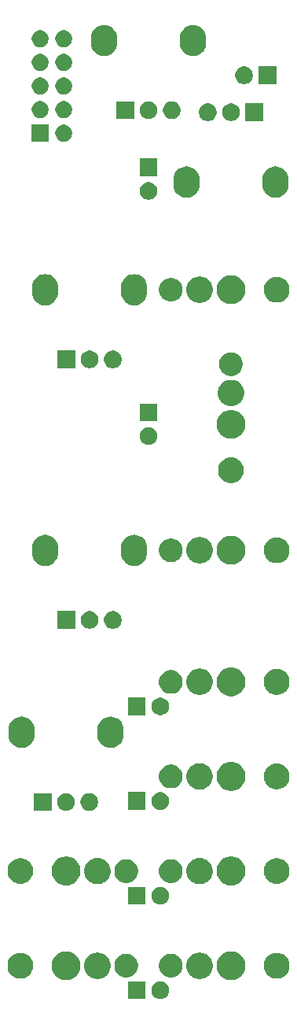
<source format=gbr>
G04 #@! TF.GenerationSoftware,KiCad,Pcbnew,(5.1.5)-3*
G04 #@! TF.CreationDate,2020-07-23T18:35:05-07:00*
G04 #@! TF.ProjectId,vcf-20,7663662d-3230-42e6-9b69-6361645f7063,rev?*
G04 #@! TF.SameCoordinates,Original*
G04 #@! TF.FileFunction,Soldermask,Top*
G04 #@! TF.FilePolarity,Negative*
%FSLAX46Y46*%
G04 Gerber Fmt 4.6, Leading zero omitted, Abs format (unit mm)*
G04 Created by KiCad (PCBNEW (5.1.5)-3) date 2020-07-23 18:35:05*
%MOMM*%
%LPD*%
G04 APERTURE LIST*
%ADD10C,0.100000*%
G04 APERTURE END LIST*
D10*
G36*
X16787395Y-116814546D02*
G01*
X16960466Y-116886234D01*
X16960467Y-116886235D01*
X17116227Y-116990310D01*
X17248690Y-117122773D01*
X17248691Y-117122775D01*
X17352766Y-117278534D01*
X17424454Y-117451605D01*
X17461000Y-117635333D01*
X17461000Y-117822667D01*
X17424454Y-118006395D01*
X17352766Y-118179466D01*
X17352765Y-118179467D01*
X17248690Y-118335227D01*
X17116227Y-118467690D01*
X17037818Y-118520081D01*
X16960466Y-118571766D01*
X16787395Y-118643454D01*
X16603667Y-118680000D01*
X16416333Y-118680000D01*
X16232605Y-118643454D01*
X16059534Y-118571766D01*
X15982182Y-118520081D01*
X15903773Y-118467690D01*
X15771310Y-118335227D01*
X15667235Y-118179467D01*
X15667234Y-118179466D01*
X15595546Y-118006395D01*
X15559000Y-117822667D01*
X15559000Y-117635333D01*
X15595546Y-117451605D01*
X15667234Y-117278534D01*
X15771309Y-117122775D01*
X15771310Y-117122773D01*
X15903773Y-116990310D01*
X16059533Y-116886235D01*
X16059534Y-116886234D01*
X16232605Y-116814546D01*
X16416333Y-116778000D01*
X16603667Y-116778000D01*
X16787395Y-116814546D01*
G37*
G36*
X14921000Y-118680000D02*
G01*
X13019000Y-118680000D01*
X13019000Y-116778000D01*
X14921000Y-116778000D01*
X14921000Y-118680000D01*
G37*
G36*
X6652585Y-113558802D02*
G01*
X6802410Y-113588604D01*
X7084674Y-113705521D01*
X7338705Y-113875259D01*
X7554741Y-114091295D01*
X7724479Y-114345326D01*
X7841396Y-114627590D01*
X7901000Y-114927240D01*
X7901000Y-115232760D01*
X7841396Y-115532410D01*
X7724479Y-115814674D01*
X7554741Y-116068705D01*
X7338705Y-116284741D01*
X7084674Y-116454479D01*
X6802410Y-116571396D01*
X6652585Y-116601198D01*
X6502761Y-116631000D01*
X6197239Y-116631000D01*
X6047415Y-116601198D01*
X5897590Y-116571396D01*
X5615326Y-116454479D01*
X5361295Y-116284741D01*
X5145259Y-116068705D01*
X4975521Y-115814674D01*
X4858604Y-115532410D01*
X4799000Y-115232760D01*
X4799000Y-114927240D01*
X4858604Y-114627590D01*
X4975521Y-114345326D01*
X5145259Y-114091295D01*
X5361295Y-113875259D01*
X5615326Y-113705521D01*
X5897590Y-113588604D01*
X6047415Y-113558802D01*
X6197239Y-113529000D01*
X6502761Y-113529000D01*
X6652585Y-113558802D01*
G37*
G36*
X24422585Y-113558802D02*
G01*
X24572410Y-113588604D01*
X24854674Y-113705521D01*
X25108705Y-113875259D01*
X25324741Y-114091295D01*
X25494479Y-114345326D01*
X25611396Y-114627590D01*
X25671000Y-114927240D01*
X25671000Y-115232760D01*
X25611396Y-115532410D01*
X25494479Y-115814674D01*
X25324741Y-116068705D01*
X25108705Y-116284741D01*
X24854674Y-116454479D01*
X24572410Y-116571396D01*
X24422585Y-116601198D01*
X24272761Y-116631000D01*
X23967239Y-116631000D01*
X23817415Y-116601198D01*
X23667590Y-116571396D01*
X23385326Y-116454479D01*
X23131295Y-116284741D01*
X22915259Y-116068705D01*
X22745521Y-115814674D01*
X22628604Y-115532410D01*
X22569000Y-115232760D01*
X22569000Y-114927240D01*
X22628604Y-114627590D01*
X22745521Y-114345326D01*
X22915259Y-114091295D01*
X23131295Y-113875259D01*
X23385326Y-113705521D01*
X23667590Y-113588604D01*
X23817415Y-113558802D01*
X23967239Y-113529000D01*
X24272761Y-113529000D01*
X24422585Y-113558802D01*
G37*
G36*
X21016248Y-113691208D02*
G01*
X21153032Y-113718416D01*
X21410727Y-113825157D01*
X21642647Y-113980121D01*
X21839879Y-114177353D01*
X21994843Y-114409273D01*
X22101584Y-114666968D01*
X22156000Y-114940536D01*
X22156000Y-115219464D01*
X22101584Y-115493032D01*
X21994843Y-115750727D01*
X21839879Y-115982647D01*
X21642647Y-116179879D01*
X21410727Y-116334843D01*
X21153032Y-116441584D01*
X21088204Y-116454479D01*
X20879465Y-116496000D01*
X20600535Y-116496000D01*
X20391796Y-116454479D01*
X20326968Y-116441584D01*
X20069273Y-116334843D01*
X19837353Y-116179879D01*
X19640121Y-115982647D01*
X19485157Y-115750727D01*
X19378416Y-115493032D01*
X19324000Y-115219464D01*
X19324000Y-114940536D01*
X19378416Y-114666968D01*
X19485157Y-114409273D01*
X19640121Y-114177353D01*
X19837353Y-113980121D01*
X20069273Y-113825157D01*
X20326968Y-113718416D01*
X20463752Y-113691208D01*
X20600535Y-113664000D01*
X20879465Y-113664000D01*
X21016248Y-113691208D01*
G37*
G36*
X10006248Y-113691208D02*
G01*
X10143032Y-113718416D01*
X10400727Y-113825157D01*
X10632647Y-113980121D01*
X10829879Y-114177353D01*
X10984843Y-114409273D01*
X11091584Y-114666968D01*
X11146000Y-114940536D01*
X11146000Y-115219464D01*
X11091584Y-115493032D01*
X10984843Y-115750727D01*
X10829879Y-115982647D01*
X10632647Y-116179879D01*
X10400727Y-116334843D01*
X10143032Y-116441584D01*
X10078204Y-116454479D01*
X9869465Y-116496000D01*
X9590535Y-116496000D01*
X9381796Y-116454479D01*
X9316968Y-116441584D01*
X9059273Y-116334843D01*
X8827353Y-116179879D01*
X8630121Y-115982647D01*
X8475157Y-115750727D01*
X8368416Y-115493032D01*
X8314000Y-115219464D01*
X8314000Y-114940536D01*
X8368416Y-114666968D01*
X8475157Y-114409273D01*
X8630121Y-114177353D01*
X8827353Y-113980121D01*
X9059273Y-113825157D01*
X9316968Y-113718416D01*
X9453752Y-113691208D01*
X9590535Y-113664000D01*
X9869465Y-113664000D01*
X10006248Y-113691208D01*
G37*
G36*
X1689257Y-113718416D02*
G01*
X1834281Y-113747263D01*
X1960399Y-113799503D01*
X2086518Y-113851743D01*
X2313521Y-114003421D01*
X2506579Y-114196479D01*
X2658257Y-114423482D01*
X2658257Y-114423483D01*
X2759113Y-114666969D01*
X2762737Y-114675720D01*
X2816000Y-114943490D01*
X2816000Y-115216510D01*
X2812767Y-115232761D01*
X2762737Y-115484281D01*
X2742801Y-115532410D01*
X2658257Y-115736518D01*
X2506579Y-115963521D01*
X2313521Y-116156579D01*
X2086518Y-116308257D01*
X2022333Y-116334843D01*
X1834281Y-116412737D01*
X1700395Y-116439369D01*
X1566510Y-116466000D01*
X1293490Y-116466000D01*
X1159605Y-116439369D01*
X1025719Y-116412737D01*
X837667Y-116334843D01*
X773482Y-116308257D01*
X546479Y-116156579D01*
X353421Y-115963521D01*
X201743Y-115736518D01*
X117199Y-115532410D01*
X97263Y-115484281D01*
X47233Y-115232761D01*
X44000Y-115216510D01*
X44000Y-114943490D01*
X97263Y-114675720D01*
X100888Y-114666969D01*
X201743Y-114423483D01*
X201743Y-114423482D01*
X353421Y-114196479D01*
X546479Y-114003421D01*
X773482Y-113851743D01*
X899601Y-113799503D01*
X1025719Y-113747263D01*
X1170743Y-113718416D01*
X1293490Y-113694000D01*
X1566510Y-113694000D01*
X1689257Y-113718416D01*
G37*
G36*
X29299257Y-113718416D02*
G01*
X29444281Y-113747263D01*
X29570399Y-113799503D01*
X29696518Y-113851743D01*
X29923521Y-114003421D01*
X30116579Y-114196479D01*
X30268257Y-114423482D01*
X30268257Y-114423483D01*
X30369113Y-114666969D01*
X30372737Y-114675720D01*
X30426000Y-114943490D01*
X30426000Y-115216510D01*
X30422767Y-115232761D01*
X30372737Y-115484281D01*
X30352801Y-115532410D01*
X30268257Y-115736518D01*
X30116579Y-115963521D01*
X29923521Y-116156579D01*
X29696518Y-116308257D01*
X29632333Y-116334843D01*
X29444281Y-116412737D01*
X29310395Y-116439369D01*
X29176510Y-116466000D01*
X28903490Y-116466000D01*
X28769605Y-116439369D01*
X28635719Y-116412737D01*
X28447667Y-116334843D01*
X28383482Y-116308257D01*
X28156479Y-116156579D01*
X27963421Y-115963521D01*
X27811743Y-115736518D01*
X27727199Y-115532410D01*
X27707263Y-115484281D01*
X27657233Y-115232761D01*
X27654000Y-115216510D01*
X27654000Y-114943490D01*
X27707263Y-114675720D01*
X27710888Y-114666969D01*
X27811743Y-114423483D01*
X27811743Y-114423482D01*
X27963421Y-114196479D01*
X28156479Y-114003421D01*
X28383482Y-113851743D01*
X28509601Y-113799503D01*
X28635719Y-113747263D01*
X28780743Y-113718416D01*
X28903490Y-113694000D01*
X29176510Y-113694000D01*
X29299257Y-113718416D01*
G37*
G36*
X13201465Y-113855439D02*
G01*
X13433227Y-113951438D01*
X13433228Y-113951439D01*
X13641809Y-114090808D01*
X13819192Y-114268191D01*
X13819193Y-114268193D01*
X13958562Y-114476773D01*
X14054561Y-114708535D01*
X14103500Y-114954570D01*
X14103500Y-115205430D01*
X14054561Y-115451465D01*
X13958562Y-115683227D01*
X13913460Y-115750727D01*
X13819192Y-115891809D01*
X13641809Y-116069192D01*
X13536810Y-116139350D01*
X13433227Y-116208562D01*
X13201465Y-116304561D01*
X12955430Y-116353500D01*
X12704570Y-116353500D01*
X12458535Y-116304561D01*
X12226773Y-116208562D01*
X12123190Y-116139350D01*
X12018191Y-116069192D01*
X11840808Y-115891809D01*
X11746540Y-115750727D01*
X11701438Y-115683227D01*
X11605439Y-115451465D01*
X11556500Y-115205430D01*
X11556500Y-114954570D01*
X11605439Y-114708535D01*
X11701438Y-114476773D01*
X11840807Y-114268193D01*
X11840808Y-114268191D01*
X12018191Y-114090808D01*
X12226772Y-113951439D01*
X12226773Y-113951438D01*
X12458535Y-113855439D01*
X12704570Y-113806500D01*
X12955430Y-113806500D01*
X13201465Y-113855439D01*
G37*
G36*
X18011465Y-113855439D02*
G01*
X18243227Y-113951438D01*
X18243228Y-113951439D01*
X18451809Y-114090808D01*
X18629192Y-114268191D01*
X18629193Y-114268193D01*
X18768562Y-114476773D01*
X18864561Y-114708535D01*
X18913500Y-114954570D01*
X18913500Y-115205430D01*
X18864561Y-115451465D01*
X18768562Y-115683227D01*
X18723460Y-115750727D01*
X18629192Y-115891809D01*
X18451809Y-116069192D01*
X18346810Y-116139350D01*
X18243227Y-116208562D01*
X18011465Y-116304561D01*
X17765430Y-116353500D01*
X17514570Y-116353500D01*
X17268535Y-116304561D01*
X17036773Y-116208562D01*
X16933190Y-116139350D01*
X16828191Y-116069192D01*
X16650808Y-115891809D01*
X16556540Y-115750727D01*
X16511438Y-115683227D01*
X16415439Y-115451465D01*
X16366500Y-115205430D01*
X16366500Y-114954570D01*
X16415439Y-114708535D01*
X16511438Y-114476773D01*
X16650807Y-114268193D01*
X16650808Y-114268191D01*
X16828191Y-114090808D01*
X17036772Y-113951439D01*
X17036773Y-113951438D01*
X17268535Y-113855439D01*
X17514570Y-113806500D01*
X17765430Y-113806500D01*
X18011465Y-113855439D01*
G37*
G36*
X14921000Y-108500000D02*
G01*
X13019000Y-108500000D01*
X13019000Y-106598000D01*
X14921000Y-106598000D01*
X14921000Y-108500000D01*
G37*
G36*
X16787395Y-106634546D02*
G01*
X16960466Y-106706234D01*
X16960467Y-106706235D01*
X17116227Y-106810310D01*
X17248690Y-106942773D01*
X17248691Y-106942775D01*
X17352766Y-107098534D01*
X17424454Y-107271605D01*
X17461000Y-107455333D01*
X17461000Y-107642667D01*
X17424454Y-107826395D01*
X17352766Y-107999466D01*
X17352765Y-107999467D01*
X17248690Y-108155227D01*
X17116227Y-108287690D01*
X17037818Y-108340081D01*
X16960466Y-108391766D01*
X16787395Y-108463454D01*
X16603667Y-108500000D01*
X16416333Y-108500000D01*
X16232605Y-108463454D01*
X16059534Y-108391766D01*
X15982182Y-108340081D01*
X15903773Y-108287690D01*
X15771310Y-108155227D01*
X15667235Y-107999467D01*
X15667234Y-107999466D01*
X15595546Y-107826395D01*
X15559000Y-107642667D01*
X15559000Y-107455333D01*
X15595546Y-107271605D01*
X15667234Y-107098534D01*
X15771309Y-106942775D01*
X15771310Y-106942773D01*
X15903773Y-106810310D01*
X16059533Y-106706235D01*
X16059534Y-106706234D01*
X16232605Y-106634546D01*
X16416333Y-106598000D01*
X16603667Y-106598000D01*
X16787395Y-106634546D01*
G37*
G36*
X6652585Y-103378802D02*
G01*
X6802410Y-103408604D01*
X7084674Y-103525521D01*
X7338705Y-103695259D01*
X7554741Y-103911295D01*
X7724479Y-104165326D01*
X7841396Y-104447590D01*
X7901000Y-104747240D01*
X7901000Y-105052760D01*
X7841396Y-105352410D01*
X7724479Y-105634674D01*
X7554741Y-105888705D01*
X7338705Y-106104741D01*
X7084674Y-106274479D01*
X6802410Y-106391396D01*
X6652585Y-106421198D01*
X6502761Y-106451000D01*
X6197239Y-106451000D01*
X6047415Y-106421198D01*
X5897590Y-106391396D01*
X5615326Y-106274479D01*
X5361295Y-106104741D01*
X5145259Y-105888705D01*
X4975521Y-105634674D01*
X4858604Y-105352410D01*
X4799000Y-105052760D01*
X4799000Y-104747240D01*
X4858604Y-104447590D01*
X4975521Y-104165326D01*
X5145259Y-103911295D01*
X5361295Y-103695259D01*
X5615326Y-103525521D01*
X5897590Y-103408604D01*
X6047415Y-103378802D01*
X6197239Y-103349000D01*
X6502761Y-103349000D01*
X6652585Y-103378802D01*
G37*
G36*
X24422585Y-103378802D02*
G01*
X24572410Y-103408604D01*
X24854674Y-103525521D01*
X25108705Y-103695259D01*
X25324741Y-103911295D01*
X25494479Y-104165326D01*
X25611396Y-104447590D01*
X25671000Y-104747240D01*
X25671000Y-105052760D01*
X25611396Y-105352410D01*
X25494479Y-105634674D01*
X25324741Y-105888705D01*
X25108705Y-106104741D01*
X24854674Y-106274479D01*
X24572410Y-106391396D01*
X24422585Y-106421198D01*
X24272761Y-106451000D01*
X23967239Y-106451000D01*
X23817415Y-106421198D01*
X23667590Y-106391396D01*
X23385326Y-106274479D01*
X23131295Y-106104741D01*
X22915259Y-105888705D01*
X22745521Y-105634674D01*
X22628604Y-105352410D01*
X22569000Y-105052760D01*
X22569000Y-104747240D01*
X22628604Y-104447590D01*
X22745521Y-104165326D01*
X22915259Y-103911295D01*
X23131295Y-103695259D01*
X23385326Y-103525521D01*
X23667590Y-103408604D01*
X23817415Y-103378802D01*
X23967239Y-103349000D01*
X24272761Y-103349000D01*
X24422585Y-103378802D01*
G37*
G36*
X21016248Y-103511208D02*
G01*
X21153032Y-103538416D01*
X21410727Y-103645157D01*
X21642647Y-103800121D01*
X21839879Y-103997353D01*
X21994843Y-104229273D01*
X22101584Y-104486968D01*
X22156000Y-104760536D01*
X22156000Y-105039464D01*
X22101584Y-105313032D01*
X21994843Y-105570727D01*
X21839879Y-105802647D01*
X21642647Y-105999879D01*
X21410727Y-106154843D01*
X21153032Y-106261584D01*
X21088204Y-106274479D01*
X20879465Y-106316000D01*
X20600535Y-106316000D01*
X20391796Y-106274479D01*
X20326968Y-106261584D01*
X20069273Y-106154843D01*
X19837353Y-105999879D01*
X19640121Y-105802647D01*
X19485157Y-105570727D01*
X19378416Y-105313032D01*
X19324000Y-105039464D01*
X19324000Y-104760536D01*
X19378416Y-104486968D01*
X19485157Y-104229273D01*
X19640121Y-103997353D01*
X19837353Y-103800121D01*
X20069273Y-103645157D01*
X20326968Y-103538416D01*
X20463752Y-103511208D01*
X20600535Y-103484000D01*
X20879465Y-103484000D01*
X21016248Y-103511208D01*
G37*
G36*
X10006248Y-103511208D02*
G01*
X10143032Y-103538416D01*
X10400727Y-103645157D01*
X10632647Y-103800121D01*
X10829879Y-103997353D01*
X10984843Y-104229273D01*
X11091584Y-104486968D01*
X11146000Y-104760536D01*
X11146000Y-105039464D01*
X11091584Y-105313032D01*
X10984843Y-105570727D01*
X10829879Y-105802647D01*
X10632647Y-105999879D01*
X10400727Y-106154843D01*
X10143032Y-106261584D01*
X10078204Y-106274479D01*
X9869465Y-106316000D01*
X9590535Y-106316000D01*
X9381796Y-106274479D01*
X9316968Y-106261584D01*
X9059273Y-106154843D01*
X8827353Y-105999879D01*
X8630121Y-105802647D01*
X8475157Y-105570727D01*
X8368416Y-105313032D01*
X8314000Y-105039464D01*
X8314000Y-104760536D01*
X8368416Y-104486968D01*
X8475157Y-104229273D01*
X8630121Y-103997353D01*
X8827353Y-103800121D01*
X9059273Y-103645157D01*
X9316968Y-103538416D01*
X9453752Y-103511208D01*
X9590535Y-103484000D01*
X9869465Y-103484000D01*
X10006248Y-103511208D01*
G37*
G36*
X29299257Y-103538416D02*
G01*
X29444281Y-103567263D01*
X29570399Y-103619503D01*
X29696518Y-103671743D01*
X29923521Y-103823421D01*
X30116579Y-104016479D01*
X30268257Y-104243482D01*
X30268257Y-104243483D01*
X30369113Y-104486969D01*
X30372737Y-104495720D01*
X30426000Y-104763490D01*
X30426000Y-105036510D01*
X30422767Y-105052761D01*
X30372737Y-105304281D01*
X30352801Y-105352410D01*
X30268257Y-105556518D01*
X30116579Y-105783521D01*
X29923521Y-105976579D01*
X29696518Y-106128257D01*
X29632333Y-106154843D01*
X29444281Y-106232737D01*
X29310395Y-106259368D01*
X29176510Y-106286000D01*
X28903490Y-106286000D01*
X28769605Y-106259369D01*
X28635719Y-106232737D01*
X28447667Y-106154843D01*
X28383482Y-106128257D01*
X28156479Y-105976579D01*
X27963421Y-105783521D01*
X27811743Y-105556518D01*
X27727199Y-105352410D01*
X27707263Y-105304281D01*
X27657233Y-105052761D01*
X27654000Y-105036510D01*
X27654000Y-104763490D01*
X27707263Y-104495720D01*
X27710888Y-104486969D01*
X27811743Y-104243483D01*
X27811743Y-104243482D01*
X27963421Y-104016479D01*
X28156479Y-103823421D01*
X28383482Y-103671743D01*
X28509601Y-103619503D01*
X28635719Y-103567263D01*
X28780743Y-103538416D01*
X28903490Y-103514000D01*
X29176510Y-103514000D01*
X29299257Y-103538416D01*
G37*
G36*
X1689257Y-103538416D02*
G01*
X1834281Y-103567263D01*
X1960399Y-103619503D01*
X2086518Y-103671743D01*
X2313521Y-103823421D01*
X2506579Y-104016479D01*
X2658257Y-104243482D01*
X2658257Y-104243483D01*
X2759113Y-104486969D01*
X2762737Y-104495720D01*
X2816000Y-104763490D01*
X2816000Y-105036510D01*
X2812767Y-105052761D01*
X2762737Y-105304281D01*
X2742801Y-105352410D01*
X2658257Y-105556518D01*
X2506579Y-105783521D01*
X2313521Y-105976579D01*
X2086518Y-106128257D01*
X2022333Y-106154843D01*
X1834281Y-106232737D01*
X1700395Y-106259369D01*
X1566510Y-106286000D01*
X1293490Y-106286000D01*
X1159605Y-106259369D01*
X1025719Y-106232737D01*
X837667Y-106154843D01*
X773482Y-106128257D01*
X546479Y-105976579D01*
X353421Y-105783521D01*
X201743Y-105556518D01*
X117199Y-105352410D01*
X97263Y-105304281D01*
X47233Y-105052761D01*
X44000Y-105036510D01*
X44000Y-104763490D01*
X97263Y-104495720D01*
X100888Y-104486969D01*
X201743Y-104243483D01*
X201743Y-104243482D01*
X353421Y-104016479D01*
X546479Y-103823421D01*
X773482Y-103671743D01*
X899601Y-103619503D01*
X1025719Y-103567263D01*
X1170743Y-103538416D01*
X1293490Y-103514000D01*
X1566510Y-103514000D01*
X1689257Y-103538416D01*
G37*
G36*
X18011465Y-103675439D02*
G01*
X18243227Y-103771438D01*
X18243228Y-103771439D01*
X18451809Y-103910808D01*
X18629192Y-104088191D01*
X18629193Y-104088193D01*
X18768562Y-104296773D01*
X18864561Y-104528535D01*
X18913500Y-104774570D01*
X18913500Y-105025430D01*
X18864561Y-105271465D01*
X18768562Y-105503227D01*
X18723460Y-105570727D01*
X18629192Y-105711809D01*
X18451809Y-105889192D01*
X18346810Y-105959350D01*
X18243227Y-106028562D01*
X18011465Y-106124561D01*
X17765430Y-106173500D01*
X17514570Y-106173500D01*
X17268535Y-106124561D01*
X17036773Y-106028562D01*
X16933190Y-105959350D01*
X16828191Y-105889192D01*
X16650808Y-105711809D01*
X16556540Y-105570727D01*
X16511438Y-105503227D01*
X16415439Y-105271465D01*
X16366500Y-105025430D01*
X16366500Y-104774570D01*
X16415439Y-104528535D01*
X16511438Y-104296773D01*
X16650807Y-104088193D01*
X16650808Y-104088191D01*
X16828191Y-103910808D01*
X17036772Y-103771439D01*
X17036773Y-103771438D01*
X17268535Y-103675439D01*
X17514570Y-103626500D01*
X17765430Y-103626500D01*
X18011465Y-103675439D01*
G37*
G36*
X13201465Y-103675439D02*
G01*
X13433227Y-103771438D01*
X13433228Y-103771439D01*
X13641809Y-103910808D01*
X13819192Y-104088191D01*
X13819193Y-104088193D01*
X13958562Y-104296773D01*
X14054561Y-104528535D01*
X14103500Y-104774570D01*
X14103500Y-105025430D01*
X14054561Y-105271465D01*
X13958562Y-105503227D01*
X13913460Y-105570727D01*
X13819192Y-105711809D01*
X13641809Y-105889192D01*
X13536810Y-105959350D01*
X13433227Y-106028562D01*
X13201465Y-106124561D01*
X12955430Y-106173500D01*
X12704570Y-106173500D01*
X12458535Y-106124561D01*
X12226773Y-106028562D01*
X12123190Y-105959350D01*
X12018191Y-105889192D01*
X11840808Y-105711809D01*
X11746540Y-105570727D01*
X11701438Y-105503227D01*
X11605439Y-105271465D01*
X11556500Y-105025430D01*
X11556500Y-104774570D01*
X11605439Y-104528535D01*
X11701438Y-104296773D01*
X11840807Y-104088193D01*
X11840808Y-104088191D01*
X12018191Y-103910808D01*
X12226772Y-103771439D01*
X12226773Y-103771438D01*
X12458535Y-103675439D01*
X12704570Y-103626500D01*
X12955430Y-103626500D01*
X13201465Y-103675439D01*
G37*
G36*
X6627395Y-96545546D02*
G01*
X6800466Y-96617234D01*
X6877818Y-96668919D01*
X6956227Y-96721310D01*
X7088690Y-96853773D01*
X7088691Y-96853775D01*
X7192766Y-97009534D01*
X7264454Y-97182605D01*
X7301000Y-97366333D01*
X7301000Y-97553667D01*
X7264454Y-97737395D01*
X7192766Y-97910466D01*
X7192765Y-97910467D01*
X7088690Y-98066227D01*
X6956227Y-98198690D01*
X6936657Y-98211766D01*
X6800466Y-98302766D01*
X6627395Y-98374454D01*
X6443667Y-98411000D01*
X6256333Y-98411000D01*
X6072605Y-98374454D01*
X5899534Y-98302766D01*
X5763343Y-98211766D01*
X5743773Y-98198690D01*
X5611310Y-98066227D01*
X5507235Y-97910467D01*
X5507234Y-97910466D01*
X5435546Y-97737395D01*
X5399000Y-97553667D01*
X5399000Y-97366333D01*
X5435546Y-97182605D01*
X5507234Y-97009534D01*
X5611309Y-96853775D01*
X5611310Y-96853773D01*
X5743773Y-96721310D01*
X5822182Y-96668919D01*
X5899534Y-96617234D01*
X6072605Y-96545546D01*
X6256333Y-96509000D01*
X6443667Y-96509000D01*
X6627395Y-96545546D01*
G37*
G36*
X9127395Y-96545546D02*
G01*
X9300466Y-96617234D01*
X9377818Y-96668919D01*
X9456227Y-96721310D01*
X9588690Y-96853773D01*
X9588691Y-96853775D01*
X9692766Y-97009534D01*
X9764454Y-97182605D01*
X9801000Y-97366333D01*
X9801000Y-97553667D01*
X9764454Y-97737395D01*
X9692766Y-97910466D01*
X9692765Y-97910467D01*
X9588690Y-98066227D01*
X9456227Y-98198690D01*
X9436657Y-98211766D01*
X9300466Y-98302766D01*
X9127395Y-98374454D01*
X8943667Y-98411000D01*
X8756333Y-98411000D01*
X8572605Y-98374454D01*
X8399534Y-98302766D01*
X8263343Y-98211766D01*
X8243773Y-98198690D01*
X8111310Y-98066227D01*
X8007235Y-97910467D01*
X8007234Y-97910466D01*
X7935546Y-97737395D01*
X7899000Y-97553667D01*
X7899000Y-97366333D01*
X7935546Y-97182605D01*
X8007234Y-97009534D01*
X8111309Y-96853775D01*
X8111310Y-96853773D01*
X8243773Y-96721310D01*
X8322182Y-96668919D01*
X8399534Y-96617234D01*
X8572605Y-96545546D01*
X8756333Y-96509000D01*
X8943667Y-96509000D01*
X9127395Y-96545546D01*
G37*
G36*
X4801000Y-98411000D02*
G01*
X2899000Y-98411000D01*
X2899000Y-96509000D01*
X4801000Y-96509000D01*
X4801000Y-98411000D01*
G37*
G36*
X16787395Y-96454546D02*
G01*
X16960466Y-96526234D01*
X16960467Y-96526235D01*
X17116227Y-96630310D01*
X17248690Y-96762773D01*
X17248691Y-96762775D01*
X17352766Y-96918534D01*
X17424454Y-97091605D01*
X17461000Y-97275333D01*
X17461000Y-97462667D01*
X17424454Y-97646395D01*
X17352766Y-97819466D01*
X17352765Y-97819467D01*
X17248690Y-97975227D01*
X17116227Y-98107690D01*
X17037818Y-98160081D01*
X16960466Y-98211766D01*
X16787395Y-98283454D01*
X16603667Y-98320000D01*
X16416333Y-98320000D01*
X16232605Y-98283454D01*
X16059534Y-98211766D01*
X15982182Y-98160081D01*
X15903773Y-98107690D01*
X15771310Y-97975227D01*
X15667235Y-97819467D01*
X15667234Y-97819466D01*
X15595546Y-97646395D01*
X15559000Y-97462667D01*
X15559000Y-97275333D01*
X15595546Y-97091605D01*
X15667234Y-96918534D01*
X15771309Y-96762775D01*
X15771310Y-96762773D01*
X15903773Y-96630310D01*
X16059533Y-96526235D01*
X16059534Y-96526234D01*
X16232605Y-96454546D01*
X16416333Y-96418000D01*
X16603667Y-96418000D01*
X16787395Y-96454546D01*
G37*
G36*
X14921000Y-98320000D02*
G01*
X13019000Y-98320000D01*
X13019000Y-96418000D01*
X14921000Y-96418000D01*
X14921000Y-98320000D01*
G37*
G36*
X24422585Y-93198802D02*
G01*
X24572410Y-93228604D01*
X24854674Y-93345521D01*
X25108705Y-93515259D01*
X25324741Y-93731295D01*
X25494479Y-93985326D01*
X25611396Y-94267590D01*
X25671000Y-94567240D01*
X25671000Y-94872760D01*
X25611396Y-95172410D01*
X25494479Y-95454674D01*
X25324741Y-95708705D01*
X25108705Y-95924741D01*
X24854674Y-96094479D01*
X24572410Y-96211396D01*
X24422585Y-96241198D01*
X24272761Y-96271000D01*
X23967239Y-96271000D01*
X23817415Y-96241198D01*
X23667590Y-96211396D01*
X23385326Y-96094479D01*
X23131295Y-95924741D01*
X22915259Y-95708705D01*
X22745521Y-95454674D01*
X22628604Y-95172410D01*
X22569000Y-94872760D01*
X22569000Y-94567240D01*
X22628604Y-94267590D01*
X22745521Y-93985326D01*
X22915259Y-93731295D01*
X23131295Y-93515259D01*
X23385326Y-93345521D01*
X23667590Y-93228604D01*
X23817415Y-93198802D01*
X23967239Y-93169000D01*
X24272761Y-93169000D01*
X24422585Y-93198802D01*
G37*
G36*
X21016248Y-93331208D02*
G01*
X21153032Y-93358416D01*
X21410727Y-93465157D01*
X21642647Y-93620121D01*
X21839879Y-93817353D01*
X21994843Y-94049273D01*
X22101584Y-94306968D01*
X22156000Y-94580536D01*
X22156000Y-94859464D01*
X22101584Y-95133032D01*
X21994843Y-95390727D01*
X21839879Y-95622647D01*
X21642647Y-95819879D01*
X21410727Y-95974843D01*
X21153032Y-96081584D01*
X21088204Y-96094479D01*
X20879465Y-96136000D01*
X20600535Y-96136000D01*
X20391796Y-96094479D01*
X20326968Y-96081584D01*
X20069273Y-95974843D01*
X19837353Y-95819879D01*
X19640121Y-95622647D01*
X19485157Y-95390727D01*
X19378416Y-95133032D01*
X19324000Y-94859464D01*
X19324000Y-94580536D01*
X19378416Y-94306968D01*
X19485157Y-94049273D01*
X19640121Y-93817353D01*
X19837353Y-93620121D01*
X20069273Y-93465157D01*
X20326968Y-93358416D01*
X20463752Y-93331208D01*
X20600535Y-93304000D01*
X20879465Y-93304000D01*
X21016248Y-93331208D01*
G37*
G36*
X29299257Y-93358416D02*
G01*
X29444281Y-93387263D01*
X29570399Y-93439503D01*
X29696518Y-93491743D01*
X29923521Y-93643421D01*
X30116579Y-93836479D01*
X30268257Y-94063482D01*
X30268257Y-94063483D01*
X30369113Y-94306969D01*
X30372737Y-94315720D01*
X30426000Y-94583490D01*
X30426000Y-94856510D01*
X30422767Y-94872761D01*
X30372737Y-95124281D01*
X30352801Y-95172410D01*
X30268257Y-95376518D01*
X30116579Y-95603521D01*
X29923521Y-95796579D01*
X29696518Y-95948257D01*
X29632333Y-95974843D01*
X29444281Y-96052737D01*
X29310395Y-96079368D01*
X29176510Y-96106000D01*
X28903490Y-96106000D01*
X28769605Y-96079368D01*
X28635719Y-96052737D01*
X28447667Y-95974843D01*
X28383482Y-95948257D01*
X28156479Y-95796579D01*
X27963421Y-95603521D01*
X27811743Y-95376518D01*
X27727199Y-95172410D01*
X27707263Y-95124281D01*
X27657233Y-94872761D01*
X27654000Y-94856510D01*
X27654000Y-94583490D01*
X27707263Y-94315720D01*
X27710888Y-94306969D01*
X27811743Y-94063483D01*
X27811743Y-94063482D01*
X27963421Y-93836479D01*
X28156479Y-93643421D01*
X28383482Y-93491743D01*
X28509601Y-93439503D01*
X28635719Y-93387263D01*
X28780743Y-93358416D01*
X28903490Y-93334000D01*
X29176510Y-93334000D01*
X29299257Y-93358416D01*
G37*
G36*
X18011465Y-93495439D02*
G01*
X18243227Y-93591438D01*
X18243228Y-93591439D01*
X18451809Y-93730808D01*
X18629192Y-93908191D01*
X18629193Y-93908193D01*
X18768562Y-94116773D01*
X18864561Y-94348535D01*
X18913500Y-94594570D01*
X18913500Y-94845430D01*
X18864561Y-95091465D01*
X18768562Y-95323227D01*
X18723460Y-95390727D01*
X18629192Y-95531809D01*
X18451809Y-95709192D01*
X18346810Y-95779350D01*
X18243227Y-95848562D01*
X18011465Y-95944561D01*
X17765430Y-95993500D01*
X17514570Y-95993500D01*
X17268535Y-95944561D01*
X17036773Y-95848562D01*
X16933190Y-95779350D01*
X16828191Y-95709192D01*
X16650808Y-95531809D01*
X16556540Y-95390727D01*
X16511438Y-95323227D01*
X16415439Y-95091465D01*
X16366500Y-94845430D01*
X16366500Y-94594570D01*
X16415439Y-94348535D01*
X16511438Y-94116773D01*
X16650807Y-93908193D01*
X16650808Y-93908191D01*
X16828191Y-93730808D01*
X17036772Y-93591439D01*
X17036773Y-93591438D01*
X17268535Y-93495439D01*
X17514570Y-93446500D01*
X17765430Y-93446500D01*
X18011465Y-93495439D01*
G37*
G36*
X11426604Y-88309416D02*
G01*
X11692579Y-88390099D01*
X11692581Y-88390100D01*
X11937701Y-88521119D01*
X12152556Y-88697444D01*
X12328881Y-88912299D01*
X12459900Y-89157418D01*
X12459900Y-89157419D01*
X12459901Y-89157421D01*
X12540584Y-89423397D01*
X12561000Y-89630685D01*
X12561000Y-90289316D01*
X12540584Y-90496604D01*
X12459901Y-90762578D01*
X12459900Y-90762581D01*
X12328881Y-91007701D01*
X12152556Y-91222556D01*
X11937700Y-91398881D01*
X11692580Y-91529900D01*
X11692578Y-91529901D01*
X11426603Y-91610584D01*
X11150000Y-91637827D01*
X10873396Y-91610584D01*
X10607421Y-91529901D01*
X10607419Y-91529900D01*
X10362299Y-91398881D01*
X10147444Y-91222556D01*
X9971119Y-91007700D01*
X9840100Y-90762580D01*
X9840099Y-90762578D01*
X9759416Y-90496603D01*
X9739000Y-90289315D01*
X9739000Y-89630684D01*
X9759416Y-89423396D01*
X9840099Y-89157421D01*
X9971120Y-88912298D01*
X10147444Y-88697444D01*
X10362300Y-88521119D01*
X10607420Y-88390100D01*
X10607422Y-88390099D01*
X10873397Y-88309416D01*
X11150000Y-88282173D01*
X11426604Y-88309416D01*
G37*
G36*
X1826604Y-88309416D02*
G01*
X2092579Y-88390099D01*
X2092581Y-88390100D01*
X2337701Y-88521119D01*
X2552556Y-88697444D01*
X2728881Y-88912299D01*
X2859900Y-89157418D01*
X2859900Y-89157419D01*
X2859901Y-89157421D01*
X2940584Y-89423397D01*
X2961000Y-89630685D01*
X2961000Y-90289316D01*
X2940584Y-90496604D01*
X2859901Y-90762578D01*
X2859900Y-90762581D01*
X2728881Y-91007701D01*
X2552556Y-91222556D01*
X2337700Y-91398881D01*
X2092580Y-91529900D01*
X2092578Y-91529901D01*
X1826603Y-91610584D01*
X1550000Y-91637827D01*
X1273396Y-91610584D01*
X1007421Y-91529901D01*
X1007419Y-91529900D01*
X762299Y-91398881D01*
X547444Y-91222556D01*
X371119Y-91007700D01*
X240100Y-90762580D01*
X240099Y-90762578D01*
X159416Y-90496603D01*
X139000Y-90289315D01*
X139000Y-89630684D01*
X159416Y-89423396D01*
X240099Y-89157421D01*
X371120Y-88912298D01*
X547444Y-88697444D01*
X762300Y-88521119D01*
X1007420Y-88390100D01*
X1007422Y-88390099D01*
X1273397Y-88309416D01*
X1550000Y-88282173D01*
X1826604Y-88309416D01*
G37*
G36*
X14921000Y-88140000D02*
G01*
X13019000Y-88140000D01*
X13019000Y-86238000D01*
X14921000Y-86238000D01*
X14921000Y-88140000D01*
G37*
G36*
X16787395Y-86274546D02*
G01*
X16960466Y-86346234D01*
X16960467Y-86346235D01*
X17116227Y-86450310D01*
X17248690Y-86582773D01*
X17248691Y-86582775D01*
X17352766Y-86738534D01*
X17424454Y-86911605D01*
X17461000Y-87095333D01*
X17461000Y-87282667D01*
X17424454Y-87466395D01*
X17352766Y-87639466D01*
X17352765Y-87639467D01*
X17248690Y-87795227D01*
X17116227Y-87927690D01*
X17037818Y-87980081D01*
X16960466Y-88031766D01*
X16787395Y-88103454D01*
X16603667Y-88140000D01*
X16416333Y-88140000D01*
X16232605Y-88103454D01*
X16059534Y-88031766D01*
X15982182Y-87980081D01*
X15903773Y-87927690D01*
X15771310Y-87795227D01*
X15667235Y-87639467D01*
X15667234Y-87639466D01*
X15595546Y-87466395D01*
X15559000Y-87282667D01*
X15559000Y-87095333D01*
X15595546Y-86911605D01*
X15667234Y-86738534D01*
X15771309Y-86582775D01*
X15771310Y-86582773D01*
X15903773Y-86450310D01*
X16059533Y-86346235D01*
X16059534Y-86346234D01*
X16232605Y-86274546D01*
X16416333Y-86238000D01*
X16603667Y-86238000D01*
X16787395Y-86274546D01*
G37*
G36*
X24422585Y-83018802D02*
G01*
X24572410Y-83048604D01*
X24854674Y-83165521D01*
X25108705Y-83335259D01*
X25324741Y-83551295D01*
X25494479Y-83805326D01*
X25611396Y-84087590D01*
X25671000Y-84387240D01*
X25671000Y-84692760D01*
X25611396Y-84992410D01*
X25494479Y-85274674D01*
X25324741Y-85528705D01*
X25108705Y-85744741D01*
X24854674Y-85914479D01*
X24572410Y-86031396D01*
X24422585Y-86061198D01*
X24272761Y-86091000D01*
X23967239Y-86091000D01*
X23817415Y-86061198D01*
X23667590Y-86031396D01*
X23385326Y-85914479D01*
X23131295Y-85744741D01*
X22915259Y-85528705D01*
X22745521Y-85274674D01*
X22628604Y-84992410D01*
X22569000Y-84692760D01*
X22569000Y-84387240D01*
X22628604Y-84087590D01*
X22745521Y-83805326D01*
X22915259Y-83551295D01*
X23131295Y-83335259D01*
X23385326Y-83165521D01*
X23667590Y-83048604D01*
X23817415Y-83018802D01*
X23967239Y-82989000D01*
X24272761Y-82989000D01*
X24422585Y-83018802D01*
G37*
G36*
X21016248Y-83151208D02*
G01*
X21153032Y-83178416D01*
X21410727Y-83285157D01*
X21642647Y-83440121D01*
X21839879Y-83637353D01*
X21994843Y-83869273D01*
X22101584Y-84126968D01*
X22156000Y-84400536D01*
X22156000Y-84679464D01*
X22101584Y-84953032D01*
X21994843Y-85210727D01*
X21839879Y-85442647D01*
X21642647Y-85639879D01*
X21410727Y-85794843D01*
X21153032Y-85901584D01*
X21088204Y-85914479D01*
X20879465Y-85956000D01*
X20600535Y-85956000D01*
X20391796Y-85914479D01*
X20326968Y-85901584D01*
X20069273Y-85794843D01*
X19837353Y-85639879D01*
X19640121Y-85442647D01*
X19485157Y-85210727D01*
X19378416Y-84953032D01*
X19324000Y-84679464D01*
X19324000Y-84400536D01*
X19378416Y-84126968D01*
X19485157Y-83869273D01*
X19640121Y-83637353D01*
X19837353Y-83440121D01*
X20069273Y-83285157D01*
X20326968Y-83178416D01*
X20463752Y-83151208D01*
X20600535Y-83124000D01*
X20879465Y-83124000D01*
X21016248Y-83151208D01*
G37*
G36*
X29299257Y-83178416D02*
G01*
X29444281Y-83207263D01*
X29570399Y-83259503D01*
X29696518Y-83311743D01*
X29923521Y-83463421D01*
X30116579Y-83656479D01*
X30268257Y-83883482D01*
X30268257Y-83883483D01*
X30369113Y-84126969D01*
X30372737Y-84135720D01*
X30426000Y-84403490D01*
X30426000Y-84676510D01*
X30422767Y-84692761D01*
X30372737Y-84944281D01*
X30352801Y-84992410D01*
X30268257Y-85196518D01*
X30116579Y-85423521D01*
X29923521Y-85616579D01*
X29696518Y-85768257D01*
X29632333Y-85794843D01*
X29444281Y-85872737D01*
X29310395Y-85899369D01*
X29176510Y-85926000D01*
X28903490Y-85926000D01*
X28769605Y-85899369D01*
X28635719Y-85872737D01*
X28447667Y-85794843D01*
X28383482Y-85768257D01*
X28156479Y-85616579D01*
X27963421Y-85423521D01*
X27811743Y-85196518D01*
X27727199Y-84992410D01*
X27707263Y-84944281D01*
X27657233Y-84692761D01*
X27654000Y-84676510D01*
X27654000Y-84403490D01*
X27707263Y-84135720D01*
X27710888Y-84126969D01*
X27811743Y-83883483D01*
X27811743Y-83883482D01*
X27963421Y-83656479D01*
X28156479Y-83463421D01*
X28383482Y-83311743D01*
X28509601Y-83259503D01*
X28635719Y-83207263D01*
X28780743Y-83178416D01*
X28903490Y-83154000D01*
X29176510Y-83154000D01*
X29299257Y-83178416D01*
G37*
G36*
X18011465Y-83315439D02*
G01*
X18243227Y-83411438D01*
X18243228Y-83411439D01*
X18451809Y-83550808D01*
X18629192Y-83728191D01*
X18629193Y-83728193D01*
X18768562Y-83936773D01*
X18864561Y-84168535D01*
X18913500Y-84414570D01*
X18913500Y-84665430D01*
X18864561Y-84911465D01*
X18768562Y-85143227D01*
X18723460Y-85210727D01*
X18629192Y-85351809D01*
X18451809Y-85529192D01*
X18346810Y-85599350D01*
X18243227Y-85668562D01*
X18011465Y-85764561D01*
X17765430Y-85813500D01*
X17514570Y-85813500D01*
X17268535Y-85764561D01*
X17036773Y-85668562D01*
X16933190Y-85599350D01*
X16828191Y-85529192D01*
X16650808Y-85351809D01*
X16556540Y-85210727D01*
X16511438Y-85143227D01*
X16415439Y-84911465D01*
X16366500Y-84665430D01*
X16366500Y-84414570D01*
X16415439Y-84168535D01*
X16511438Y-83936773D01*
X16650807Y-83728193D01*
X16650808Y-83728191D01*
X16828191Y-83550808D01*
X17036772Y-83411439D01*
X17036773Y-83411438D01*
X17268535Y-83315439D01*
X17514570Y-83266500D01*
X17765430Y-83266500D01*
X18011465Y-83315439D01*
G37*
G36*
X11667395Y-76975946D02*
G01*
X11840466Y-77047634D01*
X11840467Y-77047635D01*
X11996227Y-77151710D01*
X12128690Y-77284173D01*
X12128691Y-77284175D01*
X12232766Y-77439934D01*
X12304454Y-77613005D01*
X12341000Y-77796733D01*
X12341000Y-77984067D01*
X12304454Y-78167795D01*
X12232766Y-78340866D01*
X12232765Y-78340867D01*
X12128690Y-78496627D01*
X11996227Y-78629090D01*
X11917818Y-78681481D01*
X11840466Y-78733166D01*
X11667395Y-78804854D01*
X11483667Y-78841400D01*
X11296333Y-78841400D01*
X11112605Y-78804854D01*
X10939534Y-78733166D01*
X10862182Y-78681481D01*
X10783773Y-78629090D01*
X10651310Y-78496627D01*
X10547235Y-78340867D01*
X10547234Y-78340866D01*
X10475546Y-78167795D01*
X10439000Y-77984067D01*
X10439000Y-77796733D01*
X10475546Y-77613005D01*
X10547234Y-77439934D01*
X10651309Y-77284175D01*
X10651310Y-77284173D01*
X10783773Y-77151710D01*
X10939533Y-77047635D01*
X10939534Y-77047634D01*
X11112605Y-76975946D01*
X11296333Y-76939400D01*
X11483667Y-76939400D01*
X11667395Y-76975946D01*
G37*
G36*
X9167395Y-76975946D02*
G01*
X9340466Y-77047634D01*
X9340467Y-77047635D01*
X9496227Y-77151710D01*
X9628690Y-77284173D01*
X9628691Y-77284175D01*
X9732766Y-77439934D01*
X9804454Y-77613005D01*
X9841000Y-77796733D01*
X9841000Y-77984067D01*
X9804454Y-78167795D01*
X9732766Y-78340866D01*
X9732765Y-78340867D01*
X9628690Y-78496627D01*
X9496227Y-78629090D01*
X9417818Y-78681481D01*
X9340466Y-78733166D01*
X9167395Y-78804854D01*
X8983667Y-78841400D01*
X8796333Y-78841400D01*
X8612605Y-78804854D01*
X8439534Y-78733166D01*
X8362182Y-78681481D01*
X8283773Y-78629090D01*
X8151310Y-78496627D01*
X8047235Y-78340867D01*
X8047234Y-78340866D01*
X7975546Y-78167795D01*
X7939000Y-77984067D01*
X7939000Y-77796733D01*
X7975546Y-77613005D01*
X8047234Y-77439934D01*
X8151309Y-77284175D01*
X8151310Y-77284173D01*
X8283773Y-77151710D01*
X8439533Y-77047635D01*
X8439534Y-77047634D01*
X8612605Y-76975946D01*
X8796333Y-76939400D01*
X8983667Y-76939400D01*
X9167395Y-76975946D01*
G37*
G36*
X7341000Y-78841400D02*
G01*
X5439000Y-78841400D01*
X5439000Y-76939400D01*
X7341000Y-76939400D01*
X7341000Y-78841400D01*
G37*
G36*
X4366604Y-68739816D02*
G01*
X4632579Y-68820499D01*
X4632581Y-68820500D01*
X4877701Y-68951519D01*
X5092556Y-69127844D01*
X5268881Y-69342699D01*
X5399900Y-69587818D01*
X5399900Y-69587819D01*
X5399901Y-69587821D01*
X5480584Y-69853797D01*
X5501000Y-70061085D01*
X5501000Y-70719716D01*
X5480584Y-70927004D01*
X5420621Y-71124674D01*
X5399900Y-71192981D01*
X5268881Y-71438101D01*
X5092556Y-71652956D01*
X4877700Y-71829281D01*
X4780199Y-71881396D01*
X4632578Y-71960301D01*
X4366603Y-72040984D01*
X4090000Y-72068227D01*
X3813396Y-72040984D01*
X3547421Y-71960301D01*
X3399800Y-71881396D01*
X3302299Y-71829281D01*
X3087444Y-71652956D01*
X2911119Y-71438100D01*
X2780100Y-71192980D01*
X2780099Y-71192978D01*
X2699416Y-70927003D01*
X2679000Y-70719715D01*
X2679000Y-70061084D01*
X2699416Y-69853796D01*
X2780099Y-69587821D01*
X2833800Y-69487353D01*
X2911119Y-69342699D01*
X3087444Y-69127844D01*
X3302300Y-68951519D01*
X3547420Y-68820500D01*
X3547422Y-68820499D01*
X3813397Y-68739816D01*
X4090000Y-68712573D01*
X4366604Y-68739816D01*
G37*
G36*
X13966604Y-68739816D02*
G01*
X14232579Y-68820499D01*
X14232581Y-68820500D01*
X14477701Y-68951519D01*
X14692556Y-69127844D01*
X14868881Y-69342699D01*
X14999900Y-69587818D01*
X14999900Y-69587819D01*
X14999901Y-69587821D01*
X15080584Y-69853797D01*
X15101000Y-70061085D01*
X15101000Y-70719716D01*
X15080584Y-70927004D01*
X15020621Y-71124674D01*
X14999900Y-71192981D01*
X14868881Y-71438101D01*
X14692556Y-71652956D01*
X14477700Y-71829281D01*
X14380199Y-71881396D01*
X14232578Y-71960301D01*
X13966603Y-72040984D01*
X13690000Y-72068227D01*
X13413396Y-72040984D01*
X13147421Y-71960301D01*
X12999800Y-71881396D01*
X12902299Y-71829281D01*
X12687444Y-71652956D01*
X12511119Y-71438100D01*
X12380100Y-71192980D01*
X12380099Y-71192978D01*
X12299416Y-70927003D01*
X12279000Y-70719715D01*
X12279000Y-70061084D01*
X12299416Y-69853796D01*
X12380099Y-69587821D01*
X12433800Y-69487353D01*
X12511119Y-69342699D01*
X12687444Y-69127844D01*
X12902300Y-68951519D01*
X13147420Y-68820500D01*
X13147422Y-68820499D01*
X13413397Y-68739816D01*
X13690000Y-68712573D01*
X13966604Y-68739816D01*
G37*
G36*
X24422585Y-68868802D02*
G01*
X24572410Y-68898604D01*
X24854674Y-69015521D01*
X25108705Y-69185259D01*
X25324741Y-69401295D01*
X25494479Y-69655326D01*
X25611396Y-69937590D01*
X25671000Y-70237240D01*
X25671000Y-70542760D01*
X25611396Y-70842410D01*
X25494479Y-71124674D01*
X25324741Y-71378705D01*
X25108705Y-71594741D01*
X24854674Y-71764479D01*
X24572410Y-71881396D01*
X24422585Y-71911198D01*
X24272761Y-71941000D01*
X23967239Y-71941000D01*
X23817415Y-71911198D01*
X23667590Y-71881396D01*
X23385326Y-71764479D01*
X23131295Y-71594741D01*
X22915259Y-71378705D01*
X22745521Y-71124674D01*
X22628604Y-70842410D01*
X22569000Y-70542760D01*
X22569000Y-70237240D01*
X22628604Y-69937590D01*
X22745521Y-69655326D01*
X22915259Y-69401295D01*
X23131295Y-69185259D01*
X23385326Y-69015521D01*
X23667590Y-68898604D01*
X23817415Y-68868802D01*
X23967239Y-68839000D01*
X24272761Y-68839000D01*
X24422585Y-68868802D01*
G37*
G36*
X21016248Y-69001208D02*
G01*
X21153032Y-69028416D01*
X21410727Y-69135157D01*
X21642647Y-69290121D01*
X21839879Y-69487353D01*
X21994843Y-69719273D01*
X22101584Y-69976968D01*
X22156000Y-70250536D01*
X22156000Y-70529464D01*
X22101584Y-70803032D01*
X21994843Y-71060727D01*
X21839879Y-71292647D01*
X21642647Y-71489879D01*
X21410727Y-71644843D01*
X21153032Y-71751584D01*
X21088204Y-71764479D01*
X20879465Y-71806000D01*
X20600535Y-71806000D01*
X20391796Y-71764479D01*
X20326968Y-71751584D01*
X20069273Y-71644843D01*
X19837353Y-71489879D01*
X19640121Y-71292647D01*
X19485157Y-71060727D01*
X19378416Y-70803032D01*
X19324000Y-70529464D01*
X19324000Y-70250536D01*
X19378416Y-69976968D01*
X19485157Y-69719273D01*
X19640121Y-69487353D01*
X19837353Y-69290121D01*
X20069273Y-69135157D01*
X20326968Y-69028416D01*
X20463752Y-69001208D01*
X20600535Y-68974000D01*
X20879465Y-68974000D01*
X21016248Y-69001208D01*
G37*
G36*
X29299257Y-69028416D02*
G01*
X29444281Y-69057263D01*
X29570399Y-69109503D01*
X29696518Y-69161743D01*
X29923521Y-69313421D01*
X30116579Y-69506479D01*
X30268257Y-69733482D01*
X30268257Y-69733483D01*
X30369113Y-69976969D01*
X30372737Y-69985720D01*
X30426000Y-70253490D01*
X30426000Y-70526510D01*
X30422767Y-70542761D01*
X30372737Y-70794281D01*
X30352801Y-70842410D01*
X30268257Y-71046518D01*
X30116579Y-71273521D01*
X29923521Y-71466579D01*
X29696518Y-71618257D01*
X29612749Y-71652955D01*
X29444281Y-71722737D01*
X29310395Y-71749368D01*
X29176510Y-71776000D01*
X28903490Y-71776000D01*
X28769605Y-71749368D01*
X28635719Y-71722737D01*
X28467251Y-71652955D01*
X28383482Y-71618257D01*
X28156479Y-71466579D01*
X27963421Y-71273521D01*
X27811743Y-71046518D01*
X27727199Y-70842410D01*
X27707263Y-70794281D01*
X27657233Y-70542761D01*
X27654000Y-70526510D01*
X27654000Y-70253490D01*
X27707263Y-69985720D01*
X27710888Y-69976969D01*
X27811743Y-69733483D01*
X27811743Y-69733482D01*
X27963421Y-69506479D01*
X28156479Y-69313421D01*
X28383482Y-69161743D01*
X28509601Y-69109503D01*
X28635719Y-69057263D01*
X28780743Y-69028416D01*
X28903490Y-69004000D01*
X29176510Y-69004000D01*
X29299257Y-69028416D01*
G37*
G36*
X18011465Y-69165439D02*
G01*
X18243227Y-69261438D01*
X18243228Y-69261439D01*
X18451809Y-69400808D01*
X18629192Y-69578191D01*
X18680732Y-69655326D01*
X18768562Y-69786773D01*
X18864561Y-70018535D01*
X18913500Y-70264570D01*
X18913500Y-70515430D01*
X18864561Y-70761465D01*
X18768562Y-70993227D01*
X18723460Y-71060727D01*
X18629192Y-71201809D01*
X18451809Y-71379192D01*
X18363647Y-71438100D01*
X18243227Y-71518562D01*
X18011465Y-71614561D01*
X17765430Y-71663500D01*
X17514570Y-71663500D01*
X17268535Y-71614561D01*
X17036773Y-71518562D01*
X16916353Y-71438100D01*
X16828191Y-71379192D01*
X16650808Y-71201809D01*
X16556540Y-71060727D01*
X16511438Y-70993227D01*
X16415439Y-70761465D01*
X16366500Y-70515430D01*
X16366500Y-70264570D01*
X16415439Y-70018535D01*
X16511438Y-69786773D01*
X16599268Y-69655326D01*
X16650808Y-69578191D01*
X16828191Y-69400808D01*
X17036772Y-69261439D01*
X17036773Y-69261438D01*
X17268535Y-69165439D01*
X17514570Y-69116500D01*
X17765430Y-69116500D01*
X18011465Y-69165439D01*
G37*
G36*
X24390395Y-60410631D02*
G01*
X24524281Y-60437263D01*
X24650399Y-60489503D01*
X24776518Y-60541743D01*
X25003521Y-60693421D01*
X25196579Y-60886479D01*
X25348257Y-61113482D01*
X25452737Y-61365720D01*
X25506000Y-61633490D01*
X25506000Y-61906510D01*
X25452737Y-62174280D01*
X25348257Y-62426518D01*
X25196579Y-62653521D01*
X25003521Y-62846579D01*
X24776518Y-62998257D01*
X24650399Y-63050497D01*
X24524281Y-63102737D01*
X24390395Y-63129368D01*
X24256510Y-63156000D01*
X23983490Y-63156000D01*
X23849605Y-63129368D01*
X23715719Y-63102737D01*
X23589601Y-63050497D01*
X23463482Y-62998257D01*
X23236479Y-62846579D01*
X23043421Y-62653521D01*
X22891743Y-62426518D01*
X22787263Y-62174280D01*
X22734000Y-61906510D01*
X22734000Y-61633490D01*
X22787263Y-61365720D01*
X22891743Y-61113482D01*
X23043421Y-60886479D01*
X23236479Y-60693421D01*
X23463482Y-60541743D01*
X23589601Y-60489503D01*
X23715719Y-60437263D01*
X23849605Y-60410631D01*
X23983490Y-60384000D01*
X24256510Y-60384000D01*
X24390395Y-60410631D01*
G37*
G36*
X15517395Y-57200746D02*
G01*
X15690466Y-57272434D01*
X15735328Y-57302410D01*
X15846227Y-57376510D01*
X15978690Y-57508973D01*
X15978691Y-57508975D01*
X16082766Y-57664734D01*
X16154454Y-57837805D01*
X16191000Y-58021533D01*
X16191000Y-58208867D01*
X16154454Y-58392595D01*
X16082766Y-58565666D01*
X16082765Y-58565667D01*
X15978690Y-58721427D01*
X15846227Y-58853890D01*
X15767818Y-58906281D01*
X15690466Y-58957966D01*
X15517395Y-59029654D01*
X15333667Y-59066200D01*
X15146333Y-59066200D01*
X14962605Y-59029654D01*
X14789534Y-58957966D01*
X14712182Y-58906281D01*
X14633773Y-58853890D01*
X14501310Y-58721427D01*
X14397235Y-58565667D01*
X14397234Y-58565666D01*
X14325546Y-58392595D01*
X14289000Y-58208867D01*
X14289000Y-58021533D01*
X14325546Y-57837805D01*
X14397234Y-57664734D01*
X14501309Y-57508975D01*
X14501310Y-57508973D01*
X14633773Y-57376510D01*
X14744672Y-57302410D01*
X14789534Y-57272434D01*
X14962605Y-57200746D01*
X15146333Y-57164200D01*
X15333667Y-57164200D01*
X15517395Y-57200746D01*
G37*
G36*
X24422585Y-55328802D02*
G01*
X24572410Y-55358604D01*
X24854674Y-55475521D01*
X25108705Y-55645259D01*
X25324741Y-55861295D01*
X25494479Y-56115326D01*
X25611396Y-56397590D01*
X25671000Y-56697240D01*
X25671000Y-57002760D01*
X25611396Y-57302410D01*
X25494479Y-57584674D01*
X25324741Y-57838705D01*
X25108705Y-58054741D01*
X24854674Y-58224479D01*
X24572410Y-58341396D01*
X24422585Y-58371198D01*
X24272761Y-58401000D01*
X23967239Y-58401000D01*
X23817415Y-58371198D01*
X23667590Y-58341396D01*
X23385326Y-58224479D01*
X23131295Y-58054741D01*
X22915259Y-57838705D01*
X22745521Y-57584674D01*
X22628604Y-57302410D01*
X22569000Y-57002760D01*
X22569000Y-56697240D01*
X22628604Y-56397590D01*
X22745521Y-56115326D01*
X22915259Y-55861295D01*
X23131295Y-55645259D01*
X23385326Y-55475521D01*
X23667590Y-55358604D01*
X23817415Y-55328802D01*
X23967239Y-55299000D01*
X24272761Y-55299000D01*
X24422585Y-55328802D01*
G37*
G36*
X16191000Y-56526200D02*
G01*
X14289000Y-56526200D01*
X14289000Y-54624200D01*
X16191000Y-54624200D01*
X16191000Y-56526200D01*
G37*
G36*
X24396248Y-52081208D02*
G01*
X24533032Y-52108416D01*
X24790727Y-52215157D01*
X25022647Y-52370121D01*
X25219879Y-52567353D01*
X25374843Y-52799273D01*
X25481584Y-53056968D01*
X25536000Y-53330536D01*
X25536000Y-53609464D01*
X25481584Y-53883032D01*
X25374843Y-54140727D01*
X25219879Y-54372647D01*
X25022647Y-54569879D01*
X24790727Y-54724843D01*
X24533032Y-54831584D01*
X24396248Y-54858792D01*
X24259465Y-54886000D01*
X23980535Y-54886000D01*
X23843752Y-54858792D01*
X23706968Y-54831584D01*
X23449273Y-54724843D01*
X23217353Y-54569879D01*
X23020121Y-54372647D01*
X22865157Y-54140727D01*
X22758416Y-53883032D01*
X22704000Y-53609464D01*
X22704000Y-53330536D01*
X22758416Y-53056968D01*
X22865157Y-52799273D01*
X23020121Y-52567353D01*
X23217353Y-52370121D01*
X23449273Y-52215157D01*
X23706968Y-52108416D01*
X23843752Y-52081208D01*
X23980535Y-52054000D01*
X24259465Y-52054000D01*
X24396248Y-52081208D01*
G37*
G36*
X24491465Y-49145439D02*
G01*
X24723227Y-49241438D01*
X24826810Y-49310650D01*
X24931809Y-49380808D01*
X25109192Y-49558191D01*
X25109193Y-49558193D01*
X25248562Y-49766773D01*
X25344561Y-49998535D01*
X25393500Y-50244570D01*
X25393500Y-50495430D01*
X25344561Y-50741465D01*
X25248562Y-50973227D01*
X25248561Y-50973228D01*
X25109192Y-51181809D01*
X24931809Y-51359192D01*
X24826810Y-51429350D01*
X24723227Y-51498562D01*
X24491465Y-51594561D01*
X24245430Y-51643500D01*
X23994570Y-51643500D01*
X23748535Y-51594561D01*
X23516773Y-51498562D01*
X23413190Y-51429350D01*
X23308191Y-51359192D01*
X23130808Y-51181809D01*
X22991439Y-50973228D01*
X22991438Y-50973227D01*
X22895439Y-50741465D01*
X22846500Y-50495430D01*
X22846500Y-50244570D01*
X22895439Y-49998535D01*
X22991438Y-49766773D01*
X23130807Y-49558193D01*
X23130808Y-49558191D01*
X23308191Y-49380808D01*
X23413190Y-49310650D01*
X23516773Y-49241438D01*
X23748535Y-49145439D01*
X23994570Y-49096500D01*
X24245430Y-49096500D01*
X24491465Y-49145439D01*
G37*
G36*
X11667395Y-48945546D02*
G01*
X11840466Y-49017234D01*
X11840467Y-49017235D01*
X11996227Y-49121310D01*
X12128690Y-49253773D01*
X12128691Y-49253775D01*
X12232766Y-49409534D01*
X12304454Y-49582605D01*
X12341000Y-49766333D01*
X12341000Y-49953667D01*
X12304454Y-50137395D01*
X12232766Y-50310466D01*
X12232765Y-50310467D01*
X12128690Y-50466227D01*
X11996227Y-50598690D01*
X11917818Y-50651081D01*
X11840466Y-50702766D01*
X11667395Y-50774454D01*
X11483667Y-50811000D01*
X11296333Y-50811000D01*
X11112605Y-50774454D01*
X10939534Y-50702766D01*
X10862182Y-50651081D01*
X10783773Y-50598690D01*
X10651310Y-50466227D01*
X10547235Y-50310467D01*
X10547234Y-50310466D01*
X10475546Y-50137395D01*
X10439000Y-49953667D01*
X10439000Y-49766333D01*
X10475546Y-49582605D01*
X10547234Y-49409534D01*
X10651309Y-49253775D01*
X10651310Y-49253773D01*
X10783773Y-49121310D01*
X10939533Y-49017235D01*
X10939534Y-49017234D01*
X11112605Y-48945546D01*
X11296333Y-48909000D01*
X11483667Y-48909000D01*
X11667395Y-48945546D01*
G37*
G36*
X9167395Y-48945546D02*
G01*
X9340466Y-49017234D01*
X9340467Y-49017235D01*
X9496227Y-49121310D01*
X9628690Y-49253773D01*
X9628691Y-49253775D01*
X9732766Y-49409534D01*
X9804454Y-49582605D01*
X9841000Y-49766333D01*
X9841000Y-49953667D01*
X9804454Y-50137395D01*
X9732766Y-50310466D01*
X9732765Y-50310467D01*
X9628690Y-50466227D01*
X9496227Y-50598690D01*
X9417818Y-50651081D01*
X9340466Y-50702766D01*
X9167395Y-50774454D01*
X8983667Y-50811000D01*
X8796333Y-50811000D01*
X8612605Y-50774454D01*
X8439534Y-50702766D01*
X8362182Y-50651081D01*
X8283773Y-50598690D01*
X8151310Y-50466227D01*
X8047235Y-50310467D01*
X8047234Y-50310466D01*
X7975546Y-50137395D01*
X7939000Y-49953667D01*
X7939000Y-49766333D01*
X7975546Y-49582605D01*
X8047234Y-49409534D01*
X8151309Y-49253775D01*
X8151310Y-49253773D01*
X8283773Y-49121310D01*
X8439533Y-49017235D01*
X8439534Y-49017234D01*
X8612605Y-48945546D01*
X8796333Y-48909000D01*
X8983667Y-48909000D01*
X9167395Y-48945546D01*
G37*
G36*
X7341000Y-50811000D02*
G01*
X5439000Y-50811000D01*
X5439000Y-48909000D01*
X7341000Y-48909000D01*
X7341000Y-50811000D01*
G37*
G36*
X4366604Y-40709416D02*
G01*
X4632579Y-40790099D01*
X4632581Y-40790100D01*
X4877701Y-40921119D01*
X5092556Y-41097444D01*
X5268881Y-41312299D01*
X5399900Y-41557418D01*
X5399900Y-41557419D01*
X5399901Y-41557421D01*
X5480584Y-41823397D01*
X5501000Y-42030685D01*
X5501000Y-42689316D01*
X5480584Y-42896604D01*
X5399901Y-43162578D01*
X5399900Y-43162581D01*
X5268881Y-43407701D01*
X5092556Y-43622556D01*
X4877700Y-43798881D01*
X4632580Y-43929900D01*
X4632578Y-43929901D01*
X4366603Y-44010584D01*
X4090000Y-44037827D01*
X3813396Y-44010584D01*
X3547421Y-43929901D01*
X3547419Y-43929900D01*
X3302299Y-43798881D01*
X3087444Y-43622556D01*
X2911119Y-43407700D01*
X2780100Y-43162580D01*
X2780099Y-43162578D01*
X2699416Y-42896603D01*
X2679000Y-42689315D01*
X2679000Y-42030684D01*
X2699416Y-41823396D01*
X2780099Y-41557421D01*
X2785031Y-41548193D01*
X2911119Y-41312299D01*
X3087444Y-41097444D01*
X3302300Y-40921119D01*
X3547420Y-40790100D01*
X3547422Y-40790099D01*
X3813397Y-40709416D01*
X4090000Y-40682173D01*
X4366604Y-40709416D01*
G37*
G36*
X13966604Y-40709416D02*
G01*
X14232579Y-40790099D01*
X14232581Y-40790100D01*
X14477701Y-40921119D01*
X14692556Y-41097444D01*
X14868881Y-41312299D01*
X14999900Y-41557418D01*
X14999900Y-41557419D01*
X14999901Y-41557421D01*
X15080584Y-41823397D01*
X15101000Y-42030685D01*
X15101000Y-42689316D01*
X15080584Y-42896604D01*
X14999901Y-43162578D01*
X14999900Y-43162581D01*
X14868881Y-43407701D01*
X14692556Y-43622556D01*
X14477700Y-43798881D01*
X14232580Y-43929900D01*
X14232578Y-43929901D01*
X13966603Y-44010584D01*
X13690000Y-44037827D01*
X13413396Y-44010584D01*
X13147421Y-43929901D01*
X13147419Y-43929900D01*
X12902299Y-43798881D01*
X12687444Y-43622556D01*
X12511119Y-43407700D01*
X12380100Y-43162580D01*
X12380099Y-43162578D01*
X12299416Y-42896603D01*
X12279000Y-42689315D01*
X12279000Y-42030684D01*
X12299416Y-41823396D01*
X12380099Y-41557421D01*
X12385031Y-41548193D01*
X12511119Y-41312299D01*
X12687444Y-41097444D01*
X12902300Y-40921119D01*
X13147420Y-40790100D01*
X13147422Y-40790099D01*
X13413397Y-40709416D01*
X13690000Y-40682173D01*
X13966604Y-40709416D01*
G37*
G36*
X24422585Y-40838802D02*
G01*
X24572410Y-40868604D01*
X24854674Y-40985521D01*
X25108705Y-41155259D01*
X25324741Y-41371295D01*
X25494479Y-41625326D01*
X25611396Y-41907590D01*
X25671000Y-42207240D01*
X25671000Y-42512760D01*
X25611396Y-42812410D01*
X25494479Y-43094674D01*
X25324741Y-43348705D01*
X25108705Y-43564741D01*
X24854674Y-43734479D01*
X24572410Y-43851396D01*
X24422585Y-43881198D01*
X24272761Y-43911000D01*
X23967239Y-43911000D01*
X23817415Y-43881198D01*
X23667590Y-43851396D01*
X23385326Y-43734479D01*
X23131295Y-43564741D01*
X22915259Y-43348705D01*
X22745521Y-43094674D01*
X22628604Y-42812410D01*
X22569000Y-42512760D01*
X22569000Y-42207240D01*
X22628604Y-41907590D01*
X22745521Y-41625326D01*
X22915259Y-41371295D01*
X23131295Y-41155259D01*
X23385326Y-40985521D01*
X23667590Y-40868604D01*
X23817415Y-40838802D01*
X23967239Y-40809000D01*
X24272761Y-40809000D01*
X24422585Y-40838802D01*
G37*
G36*
X21016248Y-40971208D02*
G01*
X21153032Y-40998416D01*
X21410727Y-41105157D01*
X21642647Y-41260121D01*
X21839879Y-41457353D01*
X21994843Y-41689273D01*
X22101584Y-41946968D01*
X22156000Y-42220536D01*
X22156000Y-42499464D01*
X22101584Y-42773032D01*
X21994843Y-43030727D01*
X21839879Y-43262647D01*
X21642647Y-43459879D01*
X21410727Y-43614843D01*
X21153032Y-43721584D01*
X21088204Y-43734479D01*
X20879465Y-43776000D01*
X20600535Y-43776000D01*
X20391796Y-43734479D01*
X20326968Y-43721584D01*
X20069273Y-43614843D01*
X19837353Y-43459879D01*
X19640121Y-43262647D01*
X19485157Y-43030727D01*
X19378416Y-42773032D01*
X19324000Y-42499464D01*
X19324000Y-42220536D01*
X19378416Y-41946968D01*
X19485157Y-41689273D01*
X19640121Y-41457353D01*
X19837353Y-41260121D01*
X20069273Y-41105157D01*
X20326968Y-40998416D01*
X20463752Y-40971208D01*
X20600535Y-40944000D01*
X20879465Y-40944000D01*
X21016248Y-40971208D01*
G37*
G36*
X29299257Y-40998416D02*
G01*
X29444281Y-41027263D01*
X29570399Y-41079503D01*
X29696518Y-41131743D01*
X29923521Y-41283421D01*
X30116579Y-41476479D01*
X30268257Y-41703482D01*
X30268257Y-41703483D01*
X30369113Y-41946969D01*
X30372737Y-41955720D01*
X30426000Y-42223490D01*
X30426000Y-42496510D01*
X30422767Y-42512761D01*
X30372737Y-42764281D01*
X30352801Y-42812410D01*
X30268257Y-43016518D01*
X30116579Y-43243521D01*
X29923521Y-43436579D01*
X29696518Y-43588257D01*
X29587291Y-43633500D01*
X29444281Y-43692737D01*
X29310395Y-43719368D01*
X29176510Y-43746000D01*
X28903490Y-43746000D01*
X28769605Y-43719368D01*
X28635719Y-43692737D01*
X28492709Y-43633500D01*
X28383482Y-43588257D01*
X28156479Y-43436579D01*
X27963421Y-43243521D01*
X27811743Y-43016518D01*
X27727199Y-42812410D01*
X27707263Y-42764281D01*
X27657233Y-42512761D01*
X27654000Y-42496510D01*
X27654000Y-42223490D01*
X27707263Y-41955720D01*
X27710888Y-41946969D01*
X27811743Y-41703483D01*
X27811743Y-41703482D01*
X27963421Y-41476479D01*
X28156479Y-41283421D01*
X28383482Y-41131743D01*
X28509601Y-41079503D01*
X28635719Y-41027263D01*
X28780743Y-40998416D01*
X28903490Y-40974000D01*
X29176510Y-40974000D01*
X29299257Y-40998416D01*
G37*
G36*
X18011465Y-41135439D02*
G01*
X18243227Y-41231438D01*
X18243228Y-41231439D01*
X18451809Y-41370808D01*
X18629192Y-41548191D01*
X18629193Y-41548193D01*
X18768562Y-41756773D01*
X18864561Y-41988535D01*
X18913500Y-42234570D01*
X18913500Y-42485430D01*
X18864561Y-42731465D01*
X18768562Y-42963227D01*
X18723460Y-43030727D01*
X18629192Y-43171809D01*
X18451809Y-43349192D01*
X18364245Y-43407700D01*
X18243227Y-43488562D01*
X18011465Y-43584561D01*
X17765430Y-43633500D01*
X17514570Y-43633500D01*
X17268535Y-43584561D01*
X17036773Y-43488562D01*
X16915755Y-43407700D01*
X16828191Y-43349192D01*
X16650808Y-43171809D01*
X16556540Y-43030727D01*
X16511438Y-42963227D01*
X16415439Y-42731465D01*
X16366500Y-42485430D01*
X16366500Y-42234570D01*
X16415439Y-41988535D01*
X16511438Y-41756773D01*
X16650807Y-41548193D01*
X16650808Y-41548191D01*
X16828191Y-41370808D01*
X17036772Y-41231439D01*
X17036773Y-41231438D01*
X17268535Y-41135439D01*
X17514570Y-41086500D01*
X17765430Y-41086500D01*
X18011465Y-41135439D01*
G37*
G36*
X15517395Y-30835546D02*
G01*
X15690466Y-30907234D01*
X15690467Y-30907235D01*
X15846227Y-31011310D01*
X15978690Y-31143773D01*
X15978691Y-31143775D01*
X16082766Y-31299534D01*
X16154454Y-31472605D01*
X16191000Y-31656333D01*
X16191000Y-31843667D01*
X16154454Y-32027395D01*
X16082766Y-32200466D01*
X16082765Y-32200467D01*
X15978690Y-32356227D01*
X15846227Y-32488690D01*
X15767818Y-32541081D01*
X15690466Y-32592766D01*
X15517395Y-32664454D01*
X15333667Y-32701000D01*
X15146333Y-32701000D01*
X14962605Y-32664454D01*
X14789534Y-32592766D01*
X14712182Y-32541081D01*
X14633773Y-32488690D01*
X14501310Y-32356227D01*
X14397235Y-32200467D01*
X14397234Y-32200466D01*
X14325546Y-32027395D01*
X14289000Y-31843667D01*
X14289000Y-31656333D01*
X14325546Y-31472605D01*
X14397234Y-31299534D01*
X14501309Y-31143775D01*
X14501310Y-31143773D01*
X14633773Y-31011310D01*
X14789533Y-30907235D01*
X14789534Y-30907234D01*
X14962605Y-30835546D01*
X15146333Y-30799000D01*
X15333667Y-30799000D01*
X15517395Y-30835546D01*
G37*
G36*
X19596603Y-29129416D02*
G01*
X19862578Y-29210099D01*
X19862580Y-29210100D01*
X20107700Y-29341119D01*
X20322556Y-29517444D01*
X20498881Y-29732299D01*
X20629900Y-29977419D01*
X20629901Y-29977421D01*
X20710584Y-30243396D01*
X20731000Y-30450684D01*
X20731000Y-31109315D01*
X20710584Y-31316603D01*
X20663261Y-31472605D01*
X20629900Y-31582582D01*
X20498881Y-31827701D01*
X20322556Y-32042556D01*
X20107701Y-32218881D01*
X19862581Y-32349900D01*
X19862579Y-32349901D01*
X19596604Y-32430584D01*
X19320000Y-32457827D01*
X19043397Y-32430584D01*
X18777422Y-32349901D01*
X18777420Y-32349900D01*
X18532300Y-32218881D01*
X18317444Y-32042556D01*
X18141119Y-31827701D01*
X18010100Y-31582581D01*
X17976739Y-31472605D01*
X17929416Y-31316604D01*
X17909000Y-31109316D01*
X17909000Y-30450685D01*
X17929416Y-30243397D01*
X18010099Y-29977422D01*
X18141120Y-29732299D01*
X18141121Y-29732298D01*
X18317444Y-29517444D01*
X18532299Y-29341119D01*
X18777419Y-29210100D01*
X18777421Y-29210099D01*
X19043396Y-29129416D01*
X19320000Y-29102173D01*
X19596603Y-29129416D01*
G37*
G36*
X29196603Y-29129416D02*
G01*
X29462578Y-29210099D01*
X29462580Y-29210100D01*
X29707700Y-29341119D01*
X29922556Y-29517444D01*
X30098881Y-29732299D01*
X30229900Y-29977419D01*
X30229901Y-29977421D01*
X30310584Y-30243396D01*
X30331000Y-30450684D01*
X30331000Y-31109315D01*
X30310584Y-31316603D01*
X30263261Y-31472605D01*
X30229900Y-31582582D01*
X30098881Y-31827701D01*
X29922556Y-32042556D01*
X29707701Y-32218881D01*
X29462581Y-32349900D01*
X29462579Y-32349901D01*
X29196604Y-32430584D01*
X28920000Y-32457827D01*
X28643397Y-32430584D01*
X28377422Y-32349901D01*
X28377420Y-32349900D01*
X28132300Y-32218881D01*
X27917444Y-32042556D01*
X27741119Y-31827701D01*
X27610100Y-31582581D01*
X27576739Y-31472605D01*
X27529416Y-31316604D01*
X27509000Y-31109316D01*
X27509000Y-30450685D01*
X27529416Y-30243397D01*
X27610099Y-29977422D01*
X27741120Y-29732299D01*
X27741121Y-29732298D01*
X27917444Y-29517444D01*
X28132299Y-29341119D01*
X28377419Y-29210100D01*
X28377421Y-29210099D01*
X28643396Y-29129416D01*
X28920000Y-29102173D01*
X29196603Y-29129416D01*
G37*
G36*
X16191000Y-30161000D02*
G01*
X14289000Y-30161000D01*
X14289000Y-28259000D01*
X16191000Y-28259000D01*
X16191000Y-30161000D01*
G37*
G36*
X4470600Y-26441600D02*
G01*
X2641400Y-26441600D01*
X2641400Y-24612400D01*
X4470600Y-24612400D01*
X4470600Y-26441600D01*
G37*
G36*
X6362778Y-24647547D02*
G01*
X6529224Y-24716491D01*
X6679022Y-24816583D01*
X6806417Y-24943978D01*
X6906509Y-25093776D01*
X6975453Y-25260222D01*
X7010600Y-25436918D01*
X7010600Y-25617082D01*
X6975453Y-25793778D01*
X6906509Y-25960224D01*
X6806417Y-26110022D01*
X6679022Y-26237417D01*
X6529224Y-26337509D01*
X6362778Y-26406453D01*
X6186082Y-26441600D01*
X6005918Y-26441600D01*
X5829222Y-26406453D01*
X5662776Y-26337509D01*
X5512978Y-26237417D01*
X5385583Y-26110022D01*
X5285491Y-25960224D01*
X5216547Y-25793778D01*
X5181400Y-25617082D01*
X5181400Y-25436918D01*
X5216547Y-25260222D01*
X5285491Y-25093776D01*
X5385583Y-24943978D01*
X5512978Y-24816583D01*
X5662776Y-24716491D01*
X5829222Y-24647547D01*
X6005918Y-24612400D01*
X6186082Y-24612400D01*
X6362778Y-24647547D01*
G37*
G36*
X21897395Y-22365546D02*
G01*
X22070466Y-22437234D01*
X22070467Y-22437235D01*
X22226227Y-22541310D01*
X22358690Y-22673773D01*
X22358691Y-22673775D01*
X22462766Y-22829534D01*
X22534454Y-23002605D01*
X22571000Y-23186333D01*
X22571000Y-23373667D01*
X22534454Y-23557395D01*
X22462766Y-23730466D01*
X22462765Y-23730467D01*
X22358690Y-23886227D01*
X22226227Y-24018690D01*
X22147818Y-24071081D01*
X22070466Y-24122766D01*
X21897395Y-24194454D01*
X21713667Y-24231000D01*
X21526333Y-24231000D01*
X21342605Y-24194454D01*
X21169534Y-24122766D01*
X21092182Y-24071081D01*
X21013773Y-24018690D01*
X20881310Y-23886227D01*
X20777235Y-23730467D01*
X20777234Y-23730466D01*
X20705546Y-23557395D01*
X20669000Y-23373667D01*
X20669000Y-23186333D01*
X20705546Y-23002605D01*
X20777234Y-22829534D01*
X20881309Y-22673775D01*
X20881310Y-22673773D01*
X21013773Y-22541310D01*
X21169533Y-22437235D01*
X21169534Y-22437234D01*
X21342605Y-22365546D01*
X21526333Y-22329000D01*
X21713667Y-22329000D01*
X21897395Y-22365546D01*
G37*
G36*
X24397395Y-22365546D02*
G01*
X24570466Y-22437234D01*
X24570467Y-22437235D01*
X24726227Y-22541310D01*
X24858690Y-22673773D01*
X24858691Y-22673775D01*
X24962766Y-22829534D01*
X25034454Y-23002605D01*
X25071000Y-23186333D01*
X25071000Y-23373667D01*
X25034454Y-23557395D01*
X24962766Y-23730466D01*
X24962765Y-23730467D01*
X24858690Y-23886227D01*
X24726227Y-24018690D01*
X24647818Y-24071081D01*
X24570466Y-24122766D01*
X24397395Y-24194454D01*
X24213667Y-24231000D01*
X24026333Y-24231000D01*
X23842605Y-24194454D01*
X23669534Y-24122766D01*
X23592182Y-24071081D01*
X23513773Y-24018690D01*
X23381310Y-23886227D01*
X23277235Y-23730467D01*
X23277234Y-23730466D01*
X23205546Y-23557395D01*
X23169000Y-23373667D01*
X23169000Y-23186333D01*
X23205546Y-23002605D01*
X23277234Y-22829534D01*
X23381309Y-22673775D01*
X23381310Y-22673773D01*
X23513773Y-22541310D01*
X23669533Y-22437235D01*
X23669534Y-22437234D01*
X23842605Y-22365546D01*
X24026333Y-22329000D01*
X24213667Y-22329000D01*
X24397395Y-22365546D01*
G37*
G36*
X27571000Y-24231000D02*
G01*
X25669000Y-24231000D01*
X25669000Y-22329000D01*
X27571000Y-22329000D01*
X27571000Y-24231000D01*
G37*
G36*
X15517395Y-22145346D02*
G01*
X15690466Y-22217034D01*
X15690467Y-22217035D01*
X15846227Y-22321110D01*
X15978690Y-22453573D01*
X15978691Y-22453575D01*
X16082766Y-22609334D01*
X16154454Y-22782405D01*
X16191000Y-22966133D01*
X16191000Y-23153467D01*
X16154454Y-23337195D01*
X16082766Y-23510266D01*
X16082765Y-23510267D01*
X15978690Y-23666027D01*
X15846227Y-23798490D01*
X15767818Y-23850881D01*
X15690466Y-23902566D01*
X15517395Y-23974254D01*
X15333667Y-24010800D01*
X15146333Y-24010800D01*
X14962605Y-23974254D01*
X14789534Y-23902566D01*
X14712182Y-23850881D01*
X14633773Y-23798490D01*
X14501310Y-23666027D01*
X14397235Y-23510267D01*
X14397234Y-23510266D01*
X14325546Y-23337195D01*
X14289000Y-23153467D01*
X14289000Y-22966133D01*
X14325546Y-22782405D01*
X14397234Y-22609334D01*
X14501309Y-22453575D01*
X14501310Y-22453573D01*
X14633773Y-22321110D01*
X14789533Y-22217035D01*
X14789534Y-22217034D01*
X14962605Y-22145346D01*
X15146333Y-22108800D01*
X15333667Y-22108800D01*
X15517395Y-22145346D01*
G37*
G36*
X13691000Y-24010800D02*
G01*
X11789000Y-24010800D01*
X11789000Y-22108800D01*
X13691000Y-22108800D01*
X13691000Y-24010800D01*
G37*
G36*
X18017395Y-22145346D02*
G01*
X18190466Y-22217034D01*
X18190467Y-22217035D01*
X18346227Y-22321110D01*
X18478690Y-22453573D01*
X18478691Y-22453575D01*
X18582766Y-22609334D01*
X18654454Y-22782405D01*
X18691000Y-22966133D01*
X18691000Y-23153467D01*
X18654454Y-23337195D01*
X18582766Y-23510266D01*
X18582765Y-23510267D01*
X18478690Y-23666027D01*
X18346227Y-23798490D01*
X18267818Y-23850881D01*
X18190466Y-23902566D01*
X18017395Y-23974254D01*
X17833667Y-24010800D01*
X17646333Y-24010800D01*
X17462605Y-23974254D01*
X17289534Y-23902566D01*
X17212182Y-23850881D01*
X17133773Y-23798490D01*
X17001310Y-23666027D01*
X16897235Y-23510267D01*
X16897234Y-23510266D01*
X16825546Y-23337195D01*
X16789000Y-23153467D01*
X16789000Y-22966133D01*
X16825546Y-22782405D01*
X16897234Y-22609334D01*
X17001309Y-22453575D01*
X17001310Y-22453573D01*
X17133773Y-22321110D01*
X17289533Y-22217035D01*
X17289534Y-22217034D01*
X17462605Y-22145346D01*
X17646333Y-22108800D01*
X17833667Y-22108800D01*
X18017395Y-22145346D01*
G37*
G36*
X3822778Y-22107547D02*
G01*
X3989224Y-22176491D01*
X4139022Y-22276583D01*
X4266417Y-22403978D01*
X4366509Y-22553776D01*
X4435453Y-22720222D01*
X4470600Y-22896918D01*
X4470600Y-23077082D01*
X4435453Y-23253778D01*
X4366509Y-23420224D01*
X4266417Y-23570022D01*
X4139022Y-23697417D01*
X3989224Y-23797509D01*
X3822778Y-23866453D01*
X3646082Y-23901600D01*
X3465918Y-23901600D01*
X3289222Y-23866453D01*
X3122776Y-23797509D01*
X2972978Y-23697417D01*
X2845583Y-23570022D01*
X2745491Y-23420224D01*
X2676547Y-23253778D01*
X2641400Y-23077082D01*
X2641400Y-22896918D01*
X2676547Y-22720222D01*
X2745491Y-22553776D01*
X2845583Y-22403978D01*
X2972978Y-22276583D01*
X3122776Y-22176491D01*
X3289222Y-22107547D01*
X3465918Y-22072400D01*
X3646082Y-22072400D01*
X3822778Y-22107547D01*
G37*
G36*
X6362778Y-22107547D02*
G01*
X6529224Y-22176491D01*
X6679022Y-22276583D01*
X6806417Y-22403978D01*
X6906509Y-22553776D01*
X6975453Y-22720222D01*
X7010600Y-22896918D01*
X7010600Y-23077082D01*
X6975453Y-23253778D01*
X6906509Y-23420224D01*
X6806417Y-23570022D01*
X6679022Y-23697417D01*
X6529224Y-23797509D01*
X6362778Y-23866453D01*
X6186082Y-23901600D01*
X6005918Y-23901600D01*
X5829222Y-23866453D01*
X5662776Y-23797509D01*
X5512978Y-23697417D01*
X5385583Y-23570022D01*
X5285491Y-23420224D01*
X5216547Y-23253778D01*
X5181400Y-23077082D01*
X5181400Y-22896918D01*
X5216547Y-22720222D01*
X5285491Y-22553776D01*
X5385583Y-22403978D01*
X5512978Y-22276583D01*
X5662776Y-22176491D01*
X5829222Y-22107547D01*
X6005918Y-22072400D01*
X6186082Y-22072400D01*
X6362778Y-22107547D01*
G37*
G36*
X6362778Y-19567547D02*
G01*
X6529224Y-19636491D01*
X6679022Y-19736583D01*
X6806417Y-19863978D01*
X6906509Y-20013776D01*
X6975453Y-20180222D01*
X7010600Y-20356918D01*
X7010600Y-20537082D01*
X6975453Y-20713778D01*
X6906509Y-20880224D01*
X6806417Y-21030022D01*
X6679022Y-21157417D01*
X6529224Y-21257509D01*
X6362778Y-21326453D01*
X6186082Y-21361600D01*
X6005918Y-21361600D01*
X5829222Y-21326453D01*
X5662776Y-21257509D01*
X5512978Y-21157417D01*
X5385583Y-21030022D01*
X5285491Y-20880224D01*
X5216547Y-20713778D01*
X5181400Y-20537082D01*
X5181400Y-20356918D01*
X5216547Y-20180222D01*
X5285491Y-20013776D01*
X5385583Y-19863978D01*
X5512978Y-19736583D01*
X5662776Y-19636491D01*
X5829222Y-19567547D01*
X6005918Y-19532400D01*
X6186082Y-19532400D01*
X6362778Y-19567547D01*
G37*
G36*
X3822778Y-19567547D02*
G01*
X3989224Y-19636491D01*
X4139022Y-19736583D01*
X4266417Y-19863978D01*
X4366509Y-20013776D01*
X4435453Y-20180222D01*
X4470600Y-20356918D01*
X4470600Y-20537082D01*
X4435453Y-20713778D01*
X4366509Y-20880224D01*
X4266417Y-21030022D01*
X4139022Y-21157417D01*
X3989224Y-21257509D01*
X3822778Y-21326453D01*
X3646082Y-21361600D01*
X3465918Y-21361600D01*
X3289222Y-21326453D01*
X3122776Y-21257509D01*
X2972978Y-21157417D01*
X2845583Y-21030022D01*
X2745491Y-20880224D01*
X2676547Y-20713778D01*
X2641400Y-20537082D01*
X2641400Y-20356918D01*
X2676547Y-20180222D01*
X2745491Y-20013776D01*
X2845583Y-19863978D01*
X2972978Y-19736583D01*
X3122776Y-19636491D01*
X3289222Y-19567547D01*
X3465918Y-19532400D01*
X3646082Y-19532400D01*
X3822778Y-19567547D01*
G37*
G36*
X25804395Y-18389546D02*
G01*
X25977466Y-18461234D01*
X26054818Y-18512919D01*
X26133227Y-18565310D01*
X26265690Y-18697773D01*
X26265691Y-18697775D01*
X26369766Y-18853534D01*
X26441454Y-19026605D01*
X26478000Y-19210333D01*
X26478000Y-19397667D01*
X26441454Y-19581395D01*
X26369766Y-19754466D01*
X26369765Y-19754467D01*
X26265690Y-19910227D01*
X26133227Y-20042690D01*
X26054818Y-20095081D01*
X25977466Y-20146766D01*
X25804395Y-20218454D01*
X25620667Y-20255000D01*
X25433333Y-20255000D01*
X25249605Y-20218454D01*
X25076534Y-20146766D01*
X24999182Y-20095081D01*
X24920773Y-20042690D01*
X24788310Y-19910227D01*
X24684235Y-19754467D01*
X24684234Y-19754466D01*
X24612546Y-19581395D01*
X24576000Y-19397667D01*
X24576000Y-19210333D01*
X24612546Y-19026605D01*
X24684234Y-18853534D01*
X24788309Y-18697775D01*
X24788310Y-18697773D01*
X24920773Y-18565310D01*
X24999182Y-18512919D01*
X25076534Y-18461234D01*
X25249605Y-18389546D01*
X25433333Y-18353000D01*
X25620667Y-18353000D01*
X25804395Y-18389546D01*
G37*
G36*
X29018000Y-20255000D02*
G01*
X27116000Y-20255000D01*
X27116000Y-18353000D01*
X29018000Y-18353000D01*
X29018000Y-20255000D01*
G37*
G36*
X6362778Y-17027547D02*
G01*
X6529224Y-17096491D01*
X6679022Y-17196583D01*
X6806417Y-17323978D01*
X6906509Y-17473776D01*
X6975453Y-17640222D01*
X7010600Y-17816918D01*
X7010600Y-17997082D01*
X6975453Y-18173778D01*
X6906509Y-18340224D01*
X6806417Y-18490022D01*
X6679022Y-18617417D01*
X6529224Y-18717509D01*
X6362778Y-18786453D01*
X6186082Y-18821600D01*
X6005918Y-18821600D01*
X5829222Y-18786453D01*
X5662776Y-18717509D01*
X5512978Y-18617417D01*
X5385583Y-18490022D01*
X5285491Y-18340224D01*
X5216547Y-18173778D01*
X5181400Y-17997082D01*
X5181400Y-17816918D01*
X5216547Y-17640222D01*
X5285491Y-17473776D01*
X5385583Y-17323978D01*
X5512978Y-17196583D01*
X5662776Y-17096491D01*
X5829222Y-17027547D01*
X6005918Y-16992400D01*
X6186082Y-16992400D01*
X6362778Y-17027547D01*
G37*
G36*
X3822778Y-17027547D02*
G01*
X3989224Y-17096491D01*
X4139022Y-17196583D01*
X4266417Y-17323978D01*
X4366509Y-17473776D01*
X4435453Y-17640222D01*
X4470600Y-17816918D01*
X4470600Y-17997082D01*
X4435453Y-18173778D01*
X4366509Y-18340224D01*
X4266417Y-18490022D01*
X4139022Y-18617417D01*
X3989224Y-18717509D01*
X3822778Y-18786453D01*
X3646082Y-18821600D01*
X3465918Y-18821600D01*
X3289222Y-18786453D01*
X3122776Y-18717509D01*
X2972978Y-18617417D01*
X2845583Y-18490022D01*
X2745491Y-18340224D01*
X2676547Y-18173778D01*
X2641400Y-17997082D01*
X2641400Y-17816918D01*
X2676547Y-17640222D01*
X2745491Y-17473776D01*
X2845583Y-17323978D01*
X2972978Y-17196583D01*
X3122776Y-17096491D01*
X3289222Y-17027547D01*
X3465918Y-16992400D01*
X3646082Y-16992400D01*
X3822778Y-17027547D01*
G37*
G36*
X10716604Y-13909216D02*
G01*
X10982579Y-13989899D01*
X10982581Y-13989900D01*
X11227701Y-14120919D01*
X11442556Y-14297244D01*
X11618881Y-14512099D01*
X11749900Y-14757218D01*
X11749900Y-14757219D01*
X11749901Y-14757221D01*
X11830584Y-15023197D01*
X11851000Y-15230485D01*
X11851000Y-15889116D01*
X11830584Y-16096404D01*
X11774405Y-16281600D01*
X11749900Y-16362381D01*
X11618881Y-16607501D01*
X11442556Y-16822356D01*
X11227700Y-16998681D01*
X11173695Y-17027547D01*
X10982578Y-17129701D01*
X10716603Y-17210384D01*
X10440000Y-17237627D01*
X10163396Y-17210384D01*
X9897421Y-17129701D01*
X9706304Y-17027547D01*
X9652299Y-16998681D01*
X9437444Y-16822356D01*
X9261119Y-16607500D01*
X9130100Y-16362380D01*
X9130099Y-16362378D01*
X9049416Y-16096403D01*
X9029000Y-15889115D01*
X9029000Y-15230484D01*
X9049416Y-15023196D01*
X9130099Y-14757221D01*
X9130101Y-14757218D01*
X9261119Y-14512099D01*
X9437444Y-14297244D01*
X9652300Y-14120919D01*
X9897420Y-13989900D01*
X9897422Y-13989899D01*
X10163397Y-13909216D01*
X10440000Y-13881973D01*
X10716604Y-13909216D01*
G37*
G36*
X20316604Y-13909216D02*
G01*
X20582579Y-13989899D01*
X20582581Y-13989900D01*
X20827701Y-14120919D01*
X21042556Y-14297244D01*
X21218881Y-14512099D01*
X21349900Y-14757218D01*
X21349900Y-14757219D01*
X21349901Y-14757221D01*
X21430584Y-15023197D01*
X21451000Y-15230485D01*
X21451000Y-15889116D01*
X21430584Y-16096404D01*
X21374405Y-16281600D01*
X21349900Y-16362381D01*
X21218881Y-16607501D01*
X21042556Y-16822356D01*
X20827700Y-16998681D01*
X20773695Y-17027547D01*
X20582578Y-17129701D01*
X20316603Y-17210384D01*
X20040000Y-17237627D01*
X19763396Y-17210384D01*
X19497421Y-17129701D01*
X19306304Y-17027547D01*
X19252299Y-16998681D01*
X19037444Y-16822356D01*
X18861119Y-16607500D01*
X18730100Y-16362380D01*
X18730099Y-16362378D01*
X18649416Y-16096403D01*
X18629000Y-15889115D01*
X18629000Y-15230484D01*
X18649416Y-15023196D01*
X18730099Y-14757221D01*
X18730101Y-14757218D01*
X18861119Y-14512099D01*
X19037444Y-14297244D01*
X19252300Y-14120919D01*
X19497420Y-13989900D01*
X19497422Y-13989899D01*
X19763397Y-13909216D01*
X20040000Y-13881973D01*
X20316604Y-13909216D01*
G37*
G36*
X6362778Y-14487547D02*
G01*
X6529224Y-14556491D01*
X6679022Y-14656583D01*
X6806417Y-14783978D01*
X6906509Y-14933776D01*
X6975453Y-15100222D01*
X7010600Y-15276918D01*
X7010600Y-15457082D01*
X6975453Y-15633778D01*
X6906509Y-15800224D01*
X6806417Y-15950022D01*
X6679022Y-16077417D01*
X6529224Y-16177509D01*
X6362778Y-16246453D01*
X6186082Y-16281600D01*
X6005918Y-16281600D01*
X5829222Y-16246453D01*
X5662776Y-16177509D01*
X5512978Y-16077417D01*
X5385583Y-15950022D01*
X5285491Y-15800224D01*
X5216547Y-15633778D01*
X5181400Y-15457082D01*
X5181400Y-15276918D01*
X5216547Y-15100222D01*
X5285491Y-14933776D01*
X5385583Y-14783978D01*
X5512978Y-14656583D01*
X5662776Y-14556491D01*
X5829222Y-14487547D01*
X6005918Y-14452400D01*
X6186082Y-14452400D01*
X6362778Y-14487547D01*
G37*
G36*
X3822778Y-14487547D02*
G01*
X3989224Y-14556491D01*
X4139022Y-14656583D01*
X4266417Y-14783978D01*
X4366509Y-14933776D01*
X4435453Y-15100222D01*
X4470600Y-15276918D01*
X4470600Y-15457082D01*
X4435453Y-15633778D01*
X4366509Y-15800224D01*
X4266417Y-15950022D01*
X4139022Y-16077417D01*
X3989224Y-16177509D01*
X3822778Y-16246453D01*
X3646082Y-16281600D01*
X3465918Y-16281600D01*
X3289222Y-16246453D01*
X3122776Y-16177509D01*
X2972978Y-16077417D01*
X2845583Y-15950022D01*
X2745491Y-15800224D01*
X2676547Y-15633778D01*
X2641400Y-15457082D01*
X2641400Y-15276918D01*
X2676547Y-15100222D01*
X2745491Y-14933776D01*
X2845583Y-14783978D01*
X2972978Y-14656583D01*
X3122776Y-14556491D01*
X3289222Y-14487547D01*
X3465918Y-14452400D01*
X3646082Y-14452400D01*
X3822778Y-14487547D01*
G37*
M02*

</source>
